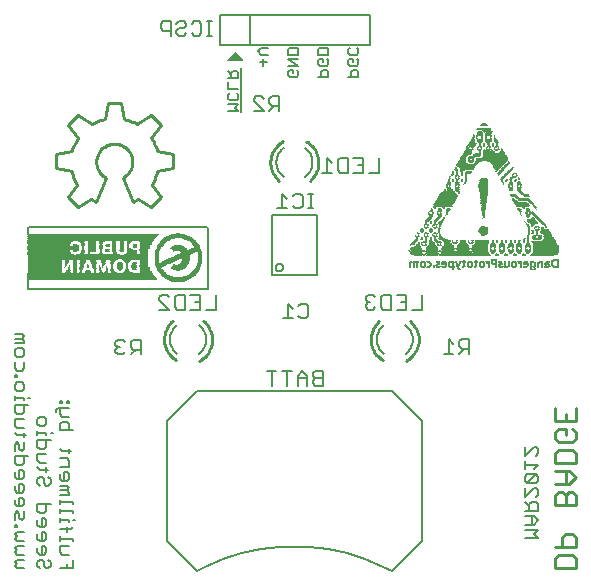
<source format=gbo>
G75*
G70*
%OFA0B0*%
%FSLAX24Y24*%
%IPPOS*%
%LPD*%
%AMOC8*
5,1,8,0,0,1.08239X$1,22.5*
%
%ADD10C,0.0090*%
%ADD11C,0.0060*%
%ADD12C,0.0050*%
%ADD13C,0.0070*%
%ADD14C,0.0100*%
%ADD15C,0.0025*%
%ADD16R,0.6045X0.0015*%
%ADD17R,0.6045X0.0015*%
%ADD18R,0.0045X0.0015*%
%ADD19R,0.0045X0.0015*%
%ADD20R,0.0165X0.0015*%
%ADD21R,0.0345X0.0015*%
%ADD22R,0.0465X0.0015*%
%ADD23R,0.0555X0.0015*%
%ADD24R,0.0630X0.0015*%
%ADD25R,0.0705X0.0015*%
%ADD26R,0.4335X0.0015*%
%ADD27R,0.0765X0.0015*%
%ADD28R,0.4320X0.0015*%
%ADD29R,0.0795X0.0015*%
%ADD30R,0.4305X0.0015*%
%ADD31R,0.0855X0.0015*%
%ADD32R,0.4290X0.0015*%
%ADD33R,0.0915X0.0015*%
%ADD34R,0.4275X0.0015*%
%ADD35R,0.0360X0.0015*%
%ADD36R,0.4260X0.0015*%
%ADD37R,0.0315X0.0015*%
%ADD38R,0.4245X0.0015*%
%ADD39R,0.0300X0.0015*%
%ADD40R,0.4230X0.0015*%
%ADD41R,0.0270X0.0015*%
%ADD42R,0.0255X0.0015*%
%ADD43R,0.4215X0.0015*%
%ADD44R,0.0240X0.0015*%
%ADD45R,0.4200X0.0015*%
%ADD46R,0.0225X0.0015*%
%ADD47R,0.4185X0.0015*%
%ADD48R,0.0210X0.0015*%
%ADD49R,0.4170X0.0015*%
%ADD50R,0.4155X0.0015*%
%ADD51R,0.0195X0.0015*%
%ADD52R,0.0405X0.0015*%
%ADD53R,0.0105X0.0015*%
%ADD54R,0.0060X0.0015*%
%ADD55R,0.0075X0.0015*%
%ADD56R,0.0180X0.0015*%
%ADD57R,0.1155X0.0015*%
%ADD58R,0.0390X0.0015*%
%ADD59R,0.0090X0.0015*%
%ADD60R,0.0150X0.0015*%
%ADD61R,0.0135X0.0015*%
%ADD62R,0.0375X0.0015*%
%ADD63R,0.0120X0.0015*%
%ADD64R,0.0330X0.0015*%
%ADD65R,0.0435X0.0015*%
%ADD66R,0.0030X0.0015*%
%ADD67R,0.0480X0.0015*%
%ADD68R,0.0495X0.0015*%
%ADD69R,0.0015X0.0015*%
%ADD70R,0.0285X0.0015*%
%ADD71R,0.0450X0.0015*%
%ADD72R,0.0525X0.0015*%
%ADD73R,0.0885X0.0015*%
%ADD74R,0.3015X0.0015*%
%ADD75R,0.4020X0.0015*%
%ADD76R,0.0600X0.0015*%
%ADD77R,0.0570X0.0015*%
%ADD78R,0.0825X0.0015*%
%ADD79R,0.1440X0.0015*%
%ADD80R,0.1545X0.0015*%
%ADD81R,0.1500X0.0015*%
%ADD82R,0.1485X0.0015*%
%ADD83R,0.1455X0.0015*%
%ADD84R,0.1425X0.0015*%
%ADD85R,0.0510X0.0015*%
%ADD86R,0.0720X0.0015*%
%ADD87R,0.1410X0.0015*%
%ADD88R,0.0750X0.0015*%
%ADD89R,0.0945X0.0015*%
%ADD90R,0.0420X0.0015*%
%ADD91R,0.1395X0.0015*%
%ADD92R,0.1710X0.0015*%
%ADD93R,0.1695X0.0015*%
%ADD94R,0.1515X0.0015*%
%ADD95R,0.2565X0.0015*%
%ADD96R,0.1575X0.0015*%
%ADD97R,0.4350X0.0015*%
%ADD98R,0.4365X0.0015*%
%ADD99R,0.4395X0.0015*%
%ADD100R,0.0060X0.0015*%
%ADD101R,0.5985X0.0015*%
%ADD102R,0.5955X0.0015*%
%ADD103R,0.5910X0.0015*%
%ADD104R,0.0150X0.0010*%
%ADD105R,0.0070X0.0010*%
%ADD106R,0.0160X0.0010*%
%ADD107R,0.0080X0.0010*%
%ADD108R,0.0170X0.0010*%
%ADD109R,0.0090X0.0010*%
%ADD110R,0.0040X0.0010*%
%ADD111R,0.0100X0.0010*%
%ADD112R,0.0010X0.0010*%
%ADD113R,0.0060X0.0010*%
%ADD114R,0.0130X0.0010*%
%ADD115R,0.0050X0.0010*%
%ADD116R,0.0110X0.0010*%
%ADD117R,0.0140X0.0010*%
%ADD118R,0.0120X0.0010*%
%ADD119R,0.0190X0.0010*%
%ADD120R,0.0180X0.0010*%
%ADD121R,0.0210X0.0010*%
%ADD122R,0.0220X0.0010*%
%ADD123R,0.0200X0.0010*%
%ADD124R,0.0030X0.0010*%
%ADD125R,0.0020X0.0010*%
%ADD126R,0.0310X0.0010*%
%ADD127R,0.0780X0.0010*%
%ADD128R,0.1640X0.0010*%
%ADD129R,0.0380X0.0010*%
%ADD130R,0.0260X0.0010*%
%ADD131R,0.0800X0.0010*%
%ADD132R,0.1610X0.0010*%
%ADD133R,0.0360X0.0010*%
%ADD134R,0.0290X0.0010*%
%ADD135R,0.0820X0.0010*%
%ADD136R,0.1590X0.0010*%
%ADD137R,0.0340X0.0010*%
%ADD138R,0.0840X0.0010*%
%ADD139R,0.1570X0.0010*%
%ADD140R,0.0330X0.0010*%
%ADD141R,0.0320X0.0010*%
%ADD142R,0.1550X0.0010*%
%ADD143R,0.0300X0.0010*%
%ADD144R,0.0850X0.0010*%
%ADD145R,0.1080X0.0010*%
%ADD146R,0.0520X0.0010*%
%ADD147R,0.0450X0.0010*%
%ADD148R,0.0420X0.0010*%
%ADD149R,0.0540X0.0010*%
%ADD150R,0.0410X0.0010*%
%ADD151R,0.0430X0.0010*%
%ADD152R,0.0860X0.0010*%
%ADD153R,0.0530X0.0010*%
%ADD154R,0.0390X0.0010*%
%ADD155R,0.0510X0.0010*%
%ADD156R,0.0400X0.0010*%
%ADD157R,0.0500X0.0010*%
%ADD158R,0.0480X0.0010*%
%ADD159R,0.0370X0.0010*%
%ADD160R,0.0440X0.0010*%
%ADD161R,0.0870X0.0010*%
%ADD162R,0.0350X0.0010*%
%ADD163R,0.0490X0.0010*%
%ADD164R,0.0230X0.0010*%
%ADD165R,0.0270X0.0010*%
%ADD166R,0.0240X0.0010*%
%ADD167R,0.0830X0.0010*%
%ADD168R,0.0280X0.0010*%
%ADD169R,0.0810X0.0010*%
%ADD170R,0.0470X0.0010*%
%ADD171R,0.0250X0.0010*%
%ADD172R,0.0460X0.0010*%
%ADD173R,0.0640X0.0010*%
%ADD174R,0.0630X0.0010*%
%ADD175R,0.0620X0.0010*%
%ADD176R,0.0610X0.0010*%
%ADD177R,0.0590X0.0010*%
%ADD178R,0.0580X0.0010*%
%ADD179R,0.0560X0.0010*%
%ADD180R,0.0550X0.0010*%
%ADD181R,0.0570X0.0010*%
%ADD182R,0.0650X0.0010*%
%ADD183R,0.0680X0.0010*%
%ADD184R,0.0720X0.0010*%
%ADD185R,0.1060X0.0010*%
%ADD186R,0.1070X0.0010*%
%ADD187R,0.1050X0.0010*%
%ADD188R,0.0920X0.0010*%
%ADD189R,0.0890X0.0010*%
%ADD190R,0.0770X0.0010*%
%ADD191R,0.0760X0.0010*%
%ADD192R,0.0750X0.0010*%
%ADD193R,0.0740X0.0010*%
%ADD194R,0.0730X0.0010*%
D10*
X018706Y001206D02*
X018706Y001542D01*
X018818Y001653D01*
X019265Y001653D01*
X019377Y001542D01*
X019377Y001206D01*
X018706Y001206D01*
X018706Y001906D02*
X019377Y001906D01*
X019377Y002241D01*
X019265Y002353D01*
X019042Y002353D01*
X018930Y002241D01*
X018930Y001906D01*
X019042Y003306D02*
X019042Y003641D01*
X018930Y003753D01*
X018818Y003753D01*
X018706Y003641D01*
X018706Y003306D01*
X019377Y003306D01*
X019377Y003641D01*
X019265Y003753D01*
X019153Y003753D01*
X019042Y003641D01*
X019042Y004005D02*
X019042Y004452D01*
X019153Y004452D02*
X018706Y004452D01*
X018706Y004705D02*
X018706Y005040D01*
X018818Y005152D01*
X019265Y005152D01*
X019377Y005040D01*
X019377Y004705D01*
X018706Y004705D01*
X019153Y004452D02*
X019377Y004229D01*
X019153Y004005D01*
X018706Y004005D01*
X018818Y005405D02*
X018706Y005517D01*
X018706Y005740D01*
X018818Y005852D01*
X019042Y005852D01*
X019042Y005628D01*
X019265Y005405D02*
X018818Y005405D01*
X019265Y005405D02*
X019377Y005517D01*
X019377Y005740D01*
X019265Y005852D01*
X019377Y006105D02*
X018706Y006105D01*
X018706Y006552D01*
X019042Y006328D02*
X019042Y006105D01*
X019377Y006105D02*
X019377Y006552D01*
D11*
X000765Y001191D02*
X000691Y001265D01*
X000765Y001338D01*
X000691Y001411D01*
X000765Y001485D01*
X000985Y001485D01*
X000985Y001652D02*
X000765Y001652D01*
X000691Y001725D01*
X000765Y001798D01*
X000691Y001872D01*
X000765Y001945D01*
X000985Y001945D01*
X000985Y002112D02*
X000765Y002112D01*
X000691Y002185D01*
X000765Y002259D01*
X000691Y002332D01*
X000765Y002406D01*
X000985Y002406D01*
X000765Y002572D02*
X000765Y002646D01*
X000691Y002646D01*
X000691Y002572D01*
X000765Y002572D01*
X000691Y002802D02*
X000691Y003023D01*
X000765Y003096D01*
X000838Y003023D01*
X000838Y002876D01*
X000911Y002802D01*
X000985Y002876D01*
X000985Y003096D01*
X000911Y003263D02*
X000765Y003263D01*
X000691Y003336D01*
X000691Y003483D01*
X000838Y003556D02*
X000838Y003263D01*
X000911Y003263D02*
X000985Y003336D01*
X000985Y003483D01*
X000911Y003556D01*
X000838Y003556D01*
X000838Y003723D02*
X000838Y004017D01*
X000911Y004017D01*
X000985Y003943D01*
X000985Y003797D01*
X000911Y003723D01*
X000765Y003723D01*
X000691Y003797D01*
X000691Y003943D01*
X000765Y004184D02*
X000911Y004184D01*
X000985Y004257D01*
X000985Y004404D01*
X000911Y004477D01*
X000838Y004477D01*
X000838Y004184D01*
X000765Y004184D02*
X000691Y004257D01*
X000691Y004404D01*
X000765Y004644D02*
X000911Y004644D01*
X000985Y004717D01*
X000985Y004937D01*
X001132Y004937D02*
X000691Y004937D01*
X000691Y004717D01*
X000765Y004644D01*
X000691Y005104D02*
X000691Y005324D01*
X000765Y005398D01*
X000838Y005324D01*
X000838Y005178D01*
X000911Y005104D01*
X000985Y005178D01*
X000985Y005398D01*
X000985Y005565D02*
X000985Y005711D01*
X001058Y005638D02*
X000765Y005638D01*
X000691Y005711D01*
X000765Y005871D02*
X000691Y005945D01*
X000691Y006165D01*
X000985Y006165D01*
X000911Y006332D02*
X000765Y006332D01*
X000691Y006405D01*
X000691Y006625D01*
X001132Y006625D01*
X000985Y006625D02*
X000985Y006405D01*
X000911Y006332D01*
X000985Y006792D02*
X000985Y006866D01*
X000691Y006866D01*
X000691Y006939D02*
X000691Y006792D01*
X001132Y006866D02*
X001205Y006866D01*
X000911Y007099D02*
X000765Y007099D01*
X000691Y007172D01*
X000691Y007319D01*
X000765Y007393D01*
X000911Y007393D01*
X000985Y007319D01*
X000985Y007172D01*
X000911Y007099D01*
X000765Y007559D02*
X000765Y007633D01*
X000691Y007633D01*
X000691Y007559D01*
X000765Y007559D01*
X000765Y007790D02*
X000691Y007863D01*
X000691Y008083D01*
X000765Y008250D02*
X000691Y008323D01*
X000691Y008470D01*
X000765Y008544D01*
X000911Y008544D01*
X000985Y008470D01*
X000985Y008323D01*
X000911Y008250D01*
X000765Y008250D01*
X000985Y008083D02*
X000985Y007863D01*
X000911Y007790D01*
X000765Y007790D01*
X000691Y008710D02*
X000985Y008710D01*
X000985Y008784D01*
X000911Y008857D01*
X000985Y008930D01*
X000911Y009004D01*
X000691Y009004D01*
X000691Y008857D02*
X000911Y008857D01*
X002191Y006789D02*
X002191Y006715D01*
X002265Y006715D01*
X002265Y006789D01*
X002191Y006789D01*
X002411Y006789D02*
X002411Y006715D01*
X002485Y006715D01*
X002485Y006789D01*
X002411Y006789D01*
X002485Y006549D02*
X002118Y006549D01*
X002044Y006475D01*
X002044Y006402D01*
X002191Y006328D02*
X002191Y006549D01*
X002191Y006328D02*
X002265Y006255D01*
X002485Y006255D01*
X002411Y006088D02*
X002265Y006088D01*
X002191Y006015D01*
X002191Y005795D01*
X002632Y005795D01*
X002485Y005795D02*
X002485Y006015D01*
X002411Y006088D01*
X001955Y005715D02*
X001882Y005715D01*
X001735Y005715D02*
X001441Y005715D01*
X001441Y005788D02*
X001441Y005641D01*
X001441Y005475D02*
X001441Y005254D01*
X001515Y005181D01*
X001661Y005181D01*
X001735Y005254D01*
X001735Y005475D01*
X001882Y005475D02*
X001441Y005475D01*
X001735Y005641D02*
X001735Y005715D01*
X001661Y005948D02*
X001515Y005948D01*
X001441Y006022D01*
X001441Y006168D01*
X001515Y006242D01*
X001661Y006242D01*
X001735Y006168D01*
X001735Y006022D01*
X001661Y005948D01*
X000985Y005871D02*
X000765Y005871D01*
X001441Y005014D02*
X001735Y005014D01*
X001441Y005014D02*
X001441Y004794D01*
X001515Y004721D01*
X001735Y004721D01*
X001735Y004561D02*
X001735Y004414D01*
X001808Y004487D02*
X001515Y004487D01*
X001441Y004561D01*
X001515Y004247D02*
X001441Y004174D01*
X001441Y004027D01*
X001515Y003953D01*
X001661Y004027D02*
X001661Y004174D01*
X001588Y004247D01*
X001515Y004247D01*
X001661Y004027D02*
X001735Y003953D01*
X001808Y003953D01*
X001882Y004027D01*
X001882Y004174D01*
X001808Y004247D01*
X002191Y004180D02*
X002265Y004107D01*
X002411Y004107D01*
X002485Y004180D01*
X002485Y004327D01*
X002411Y004400D01*
X002338Y004400D01*
X002338Y004107D01*
X002191Y004180D02*
X002191Y004327D01*
X002191Y004567D02*
X002485Y004567D01*
X002485Y004787D01*
X002411Y004861D01*
X002191Y004861D01*
X002265Y005101D02*
X002191Y005174D01*
X002265Y005101D02*
X002558Y005101D01*
X002485Y005027D02*
X002485Y005174D01*
X002411Y003940D02*
X002191Y003940D01*
X002191Y003793D02*
X002411Y003793D01*
X002485Y003867D01*
X002411Y003940D01*
X002411Y003793D02*
X002485Y003720D01*
X002485Y003646D01*
X002191Y003646D01*
X002191Y003486D02*
X002191Y003340D01*
X002191Y003413D02*
X002632Y003413D01*
X002632Y003340D01*
X002632Y003106D02*
X002191Y003106D01*
X002191Y003033D02*
X002191Y003179D01*
X002191Y002873D02*
X002191Y002726D01*
X002191Y002799D02*
X002485Y002799D01*
X002485Y002726D01*
X002632Y002799D02*
X002705Y002799D01*
X002632Y002566D02*
X002558Y002492D01*
X002191Y002492D01*
X002411Y002419D02*
X002411Y002566D01*
X002191Y002259D02*
X002191Y002112D01*
X002191Y002185D02*
X002632Y002185D01*
X002632Y002112D01*
X002485Y001945D02*
X002191Y001945D01*
X002191Y001725D01*
X002265Y001652D01*
X002485Y001652D01*
X002632Y001485D02*
X002632Y001191D01*
X002191Y001191D01*
X002411Y001191D02*
X002411Y001338D01*
X001882Y001265D02*
X001808Y001191D01*
X001735Y001191D01*
X001661Y001265D01*
X001661Y001411D01*
X001588Y001485D01*
X001515Y001485D01*
X001441Y001411D01*
X001441Y001265D01*
X001515Y001191D01*
X001882Y001265D02*
X001882Y001411D01*
X001808Y001485D01*
X001661Y001652D02*
X001735Y001725D01*
X001735Y001872D01*
X001661Y001945D01*
X001588Y001945D01*
X001588Y001652D01*
X001515Y001652D02*
X001661Y001652D01*
X001515Y001652D02*
X001441Y001725D01*
X001441Y001872D01*
X001515Y002112D02*
X001661Y002112D01*
X001735Y002185D01*
X001735Y002332D01*
X001661Y002406D01*
X001588Y002406D01*
X001588Y002112D01*
X001515Y002112D02*
X001441Y002185D01*
X001441Y002332D01*
X001515Y002572D02*
X001661Y002572D01*
X001735Y002646D01*
X001735Y002792D01*
X001661Y002866D01*
X001588Y002866D01*
X001588Y002572D01*
X001515Y002572D02*
X001441Y002646D01*
X001441Y002792D01*
X001515Y003033D02*
X001661Y003033D01*
X001735Y003106D01*
X001735Y003326D01*
X001882Y003326D02*
X001441Y003326D01*
X001441Y003106D01*
X001515Y003033D01*
X002632Y003033D02*
X002632Y003106D01*
X000985Y001191D02*
X000765Y001191D01*
X006092Y008349D02*
X006057Y008379D01*
X006024Y008410D01*
X005994Y008445D01*
X005967Y008481D01*
X005943Y008519D01*
X005921Y008559D01*
X005903Y008601D01*
X005887Y008644D01*
X005875Y008688D01*
X005867Y008732D01*
X005862Y008778D01*
X005860Y008823D01*
X005862Y008868D01*
X005867Y008914D01*
X005875Y008958D01*
X005887Y009002D01*
X005903Y009045D01*
X005921Y009087D01*
X005943Y009127D01*
X005967Y009165D01*
X005994Y009201D01*
X006024Y009236D01*
X006057Y009267D01*
X006092Y009297D01*
X007060Y008823D02*
X007058Y008777D01*
X007053Y008731D01*
X007044Y008685D01*
X007032Y008640D01*
X007016Y008597D01*
X006997Y008555D01*
X006974Y008514D01*
X006949Y008475D01*
X006921Y008439D01*
X006890Y008404D01*
X006856Y008372D01*
X006820Y008343D01*
X007060Y008823D02*
X007058Y008870D01*
X007052Y008918D01*
X007043Y008964D01*
X007030Y009010D01*
X007014Y009054D01*
X006994Y009098D01*
X006970Y009139D01*
X006944Y009178D01*
X006914Y009215D01*
X006881Y009250D01*
X006846Y009282D01*
X006809Y009311D01*
X012750Y008823D02*
X012752Y008778D01*
X012757Y008732D01*
X012765Y008688D01*
X012777Y008644D01*
X012793Y008601D01*
X012811Y008559D01*
X012833Y008519D01*
X012857Y008481D01*
X012884Y008445D01*
X012914Y008410D01*
X012947Y008379D01*
X012982Y008349D01*
X012750Y008823D02*
X012752Y008868D01*
X012757Y008914D01*
X012765Y008958D01*
X012777Y009002D01*
X012793Y009045D01*
X012811Y009087D01*
X012833Y009127D01*
X012857Y009165D01*
X012884Y009201D01*
X012914Y009236D01*
X012947Y009267D01*
X012982Y009297D01*
X013950Y008823D02*
X013948Y008777D01*
X013943Y008731D01*
X013934Y008685D01*
X013922Y008640D01*
X013906Y008597D01*
X013887Y008555D01*
X013864Y008514D01*
X013839Y008475D01*
X013811Y008439D01*
X013780Y008404D01*
X013746Y008372D01*
X013710Y008343D01*
X013950Y008823D02*
X013948Y008870D01*
X013942Y008918D01*
X013933Y008964D01*
X013920Y009010D01*
X013904Y009054D01*
X013884Y009098D01*
X013860Y009139D01*
X013834Y009178D01*
X013804Y009215D01*
X013771Y009250D01*
X013736Y009282D01*
X013699Y009311D01*
X017691Y005247D02*
X017691Y004953D01*
X017985Y005247D01*
X018058Y005247D01*
X018132Y005174D01*
X018132Y005027D01*
X018058Y004953D01*
X018132Y004640D02*
X017691Y004640D01*
X017691Y004493D02*
X017691Y004787D01*
X017985Y004493D02*
X018132Y004640D01*
X018058Y004326D02*
X017765Y004326D01*
X017691Y004253D01*
X017691Y004106D01*
X017765Y004033D01*
X018058Y004326D01*
X018132Y004253D01*
X018132Y004106D01*
X018058Y004033D01*
X017765Y004033D01*
X017691Y003866D02*
X017691Y003572D01*
X017985Y003866D01*
X018058Y003866D01*
X018132Y003792D01*
X018132Y003646D01*
X018058Y003572D01*
X018058Y003406D02*
X017911Y003406D01*
X017838Y003332D01*
X017838Y003112D01*
X017691Y003112D02*
X018132Y003112D01*
X018132Y003332D01*
X018058Y003406D01*
X017838Y003259D02*
X017691Y003406D01*
X017691Y002945D02*
X017985Y002945D01*
X018132Y002798D01*
X017985Y002652D01*
X017691Y002652D01*
X017691Y002485D02*
X018132Y002485D01*
X017985Y002338D01*
X018132Y002191D01*
X017691Y002191D01*
X017911Y002652D02*
X017911Y002945D01*
X010604Y014728D02*
X010602Y014773D01*
X010597Y014819D01*
X010589Y014863D01*
X010577Y014907D01*
X010561Y014950D01*
X010543Y014992D01*
X010521Y015032D01*
X010497Y015070D01*
X010470Y015106D01*
X010440Y015141D01*
X010407Y015172D01*
X010372Y015202D01*
X010604Y014728D02*
X010602Y014683D01*
X010597Y014637D01*
X010589Y014593D01*
X010577Y014549D01*
X010561Y014506D01*
X010543Y014464D01*
X010521Y014424D01*
X010497Y014386D01*
X010470Y014350D01*
X010440Y014315D01*
X010407Y014284D01*
X010372Y014254D01*
X009404Y014728D02*
X009406Y014774D01*
X009411Y014820D01*
X009420Y014866D01*
X009432Y014911D01*
X009448Y014954D01*
X009467Y014996D01*
X009490Y015037D01*
X009515Y015076D01*
X009543Y015112D01*
X009574Y015147D01*
X009608Y015179D01*
X009644Y015208D01*
X009404Y014728D02*
X009406Y014681D01*
X009412Y014633D01*
X009421Y014587D01*
X009434Y014541D01*
X009450Y014497D01*
X009470Y014453D01*
X009494Y014412D01*
X009520Y014373D01*
X009550Y014336D01*
X009583Y014301D01*
X009618Y014269D01*
X009655Y014240D01*
X008525Y018657D02*
X007525Y018657D01*
X007525Y019657D01*
X008525Y019657D01*
X008525Y018657D01*
X012525Y018657D01*
X012525Y019657D01*
X008525Y019657D01*
D12*
X008903Y018551D02*
X008786Y018435D01*
X008903Y018318D01*
X009137Y018318D01*
X008961Y018183D02*
X008961Y017950D01*
X009078Y018066D02*
X008845Y018066D01*
X008903Y018551D02*
X009137Y018551D01*
X009786Y018493D02*
X009786Y018318D01*
X010137Y018318D01*
X010137Y018493D01*
X010078Y018551D01*
X009845Y018551D01*
X009786Y018493D01*
X009786Y018183D02*
X010137Y018183D01*
X010137Y017950D02*
X009786Y017950D01*
X009845Y017815D02*
X009961Y017815D01*
X009961Y017698D01*
X009845Y017581D02*
X009786Y017640D01*
X009786Y017756D01*
X009845Y017815D01*
X010078Y017815D02*
X010137Y017756D01*
X010137Y017640D01*
X010078Y017581D01*
X009845Y017581D01*
X010137Y017950D02*
X009786Y018183D01*
X010786Y018125D02*
X010786Y018008D01*
X010845Y017950D01*
X011078Y017950D01*
X011137Y018008D01*
X011137Y018125D01*
X011078Y018183D01*
X010961Y018183D02*
X010961Y018066D01*
X010961Y018183D02*
X010845Y018183D01*
X010786Y018125D01*
X010786Y018318D02*
X010786Y018493D01*
X010845Y018551D01*
X011078Y018551D01*
X011137Y018493D01*
X011137Y018318D01*
X010786Y018318D01*
X010961Y017815D02*
X010903Y017756D01*
X010903Y017581D01*
X010786Y017581D02*
X011137Y017581D01*
X011137Y017756D01*
X011078Y017815D01*
X010961Y017815D01*
X011786Y018008D02*
X011786Y018125D01*
X011845Y018183D01*
X011961Y018183D01*
X011961Y018066D01*
X011845Y017950D02*
X011786Y018008D01*
X011845Y017950D02*
X012078Y017950D01*
X012137Y018008D01*
X012137Y018125D01*
X012078Y018183D01*
X012078Y018318D02*
X011845Y018318D01*
X011786Y018376D01*
X011786Y018493D01*
X011845Y018551D01*
X012078Y018551D02*
X012137Y018493D01*
X012137Y018376D01*
X012078Y018318D01*
X012078Y017815D02*
X011961Y017815D01*
X011903Y017756D01*
X011903Y017581D01*
X011786Y017581D02*
X012137Y017581D01*
X012137Y017756D01*
X012078Y017815D01*
X008236Y017874D02*
X008236Y016401D01*
X008137Y016426D02*
X007786Y016426D01*
X007786Y016659D02*
X008137Y016659D01*
X008020Y016542D01*
X008137Y016426D01*
X008078Y016794D02*
X007845Y016794D01*
X007786Y016852D01*
X007786Y016969D01*
X007845Y017027D01*
X007786Y017162D02*
X007786Y017396D01*
X007786Y017531D02*
X008137Y017531D01*
X008137Y017706D01*
X008078Y017764D01*
X007961Y017764D01*
X007903Y017706D01*
X007903Y017531D01*
X007903Y017647D02*
X007786Y017764D01*
X007786Y017162D02*
X008137Y017162D01*
X008078Y017027D02*
X008137Y016969D01*
X008137Y016852D01*
X008078Y016794D01*
X009254Y012972D02*
X009254Y010972D01*
X010754Y010972D01*
X010754Y012972D01*
X009254Y012972D01*
X009379Y011222D02*
X009381Y011244D01*
X009387Y011265D01*
X009396Y011284D01*
X009408Y011302D01*
X009424Y011318D01*
X009441Y011330D01*
X009461Y011339D01*
X009482Y011345D01*
X009504Y011347D01*
X009526Y011345D01*
X009547Y011339D01*
X009566Y011330D01*
X009584Y011318D01*
X009600Y011302D01*
X009612Y011284D01*
X009621Y011265D01*
X009627Y011244D01*
X009629Y011222D01*
X009627Y011200D01*
X009621Y011179D01*
X009612Y011160D01*
X009600Y011142D01*
X009584Y011126D01*
X009567Y011114D01*
X009547Y011105D01*
X009526Y011099D01*
X009504Y011097D01*
X009482Y011099D01*
X009461Y011105D01*
X009441Y011114D01*
X009424Y011126D01*
X009408Y011142D01*
X009396Y011159D01*
X009387Y011179D01*
X009381Y011200D01*
X009379Y011222D01*
X006754Y007098D02*
X005754Y006098D01*
X005754Y002098D01*
X006754Y001098D01*
X007041Y001245D01*
X007335Y001378D01*
X007635Y001497D01*
X007940Y001602D01*
X008249Y001693D01*
X008563Y001768D01*
X008880Y001829D01*
X009199Y001874D01*
X009520Y001905D01*
X009843Y001920D01*
X010165Y001920D01*
X010488Y001905D01*
X010809Y001874D01*
X011128Y001829D01*
X011445Y001768D01*
X011759Y001693D01*
X012068Y001602D01*
X012373Y001497D01*
X012673Y001378D01*
X012967Y001245D01*
X013254Y001098D01*
X014254Y002098D01*
X014254Y006098D01*
X013254Y007098D01*
X006754Y007098D01*
D13*
X004882Y008327D02*
X004882Y008817D01*
X004637Y008817D01*
X004555Y008735D01*
X004555Y008572D01*
X004637Y008490D01*
X004882Y008490D01*
X004719Y008490D02*
X004555Y008327D01*
X004366Y008408D02*
X004285Y008327D01*
X004121Y008327D01*
X004039Y008408D01*
X004039Y008490D01*
X004121Y008572D01*
X004203Y008572D01*
X004121Y008572D02*
X004039Y008654D01*
X004039Y008735D01*
X004121Y008817D01*
X004285Y008817D01*
X004366Y008735D01*
X005502Y009821D02*
X005829Y009821D01*
X005502Y010148D01*
X005502Y010230D01*
X005584Y010312D01*
X005748Y010312D01*
X005829Y010230D01*
X006018Y010230D02*
X006100Y010312D01*
X006345Y010312D01*
X006345Y009821D01*
X006100Y009821D01*
X006018Y009903D01*
X006018Y010230D01*
X006534Y010312D02*
X006861Y010312D01*
X006861Y009821D01*
X006534Y009821D01*
X006697Y010066D02*
X006861Y010066D01*
X007049Y009821D02*
X007376Y009821D01*
X007376Y010312D01*
X009616Y009528D02*
X009943Y009528D01*
X009780Y009528D02*
X009780Y010018D01*
X009943Y009855D01*
X010132Y009937D02*
X010214Y010018D01*
X010377Y010018D01*
X010459Y009937D01*
X010459Y009610D01*
X010377Y009528D01*
X010214Y009528D01*
X010132Y009610D01*
X012377Y009903D02*
X012459Y009821D01*
X012623Y009821D01*
X012704Y009903D01*
X012893Y009903D02*
X012893Y010230D01*
X012975Y010312D01*
X013220Y010312D01*
X013220Y009821D01*
X012975Y009821D01*
X012893Y009903D01*
X012541Y010066D02*
X012459Y010066D01*
X012377Y009985D01*
X012377Y009903D01*
X012459Y010066D02*
X012377Y010148D01*
X012377Y010230D01*
X012459Y010312D01*
X012623Y010312D01*
X012704Y010230D01*
X013409Y010312D02*
X013736Y010312D01*
X013736Y009821D01*
X013409Y009821D01*
X013572Y010066D02*
X013736Y010066D01*
X013924Y009821D02*
X014251Y009821D01*
X014251Y010312D01*
X015143Y008843D02*
X015143Y008352D01*
X015306Y008352D02*
X014979Y008352D01*
X015306Y008679D02*
X015143Y008843D01*
X015495Y008761D02*
X015495Y008597D01*
X015577Y008516D01*
X015822Y008516D01*
X015658Y008516D02*
X015495Y008352D01*
X015822Y008352D02*
X015822Y008843D01*
X015577Y008843D01*
X015495Y008761D01*
X010953Y007773D02*
X010953Y007283D01*
X010708Y007283D01*
X010626Y007365D01*
X010626Y007446D01*
X010708Y007528D01*
X010953Y007528D01*
X010708Y007528D02*
X010626Y007610D01*
X010626Y007692D01*
X010708Y007773D01*
X010953Y007773D01*
X010437Y007610D02*
X010437Y007283D01*
X010437Y007528D02*
X010110Y007528D01*
X010110Y007610D02*
X010110Y007283D01*
X009758Y007283D02*
X009758Y007773D01*
X009595Y007773D02*
X009922Y007773D01*
X010110Y007610D02*
X010274Y007773D01*
X010437Y007610D01*
X009406Y007773D02*
X009079Y007773D01*
X009243Y007773D02*
X009243Y007283D01*
X009440Y013196D02*
X009767Y013196D01*
X009603Y013196D02*
X009603Y013687D01*
X009767Y013523D01*
X009956Y013605D02*
X010037Y013687D01*
X010201Y013687D01*
X010283Y013605D01*
X010283Y013278D01*
X010201Y013196D01*
X010037Y013196D01*
X009956Y013278D01*
X010463Y013196D02*
X010626Y013196D01*
X010545Y013196D02*
X010545Y013687D01*
X010626Y013687D02*
X010463Y013687D01*
X010940Y014386D02*
X011267Y014386D01*
X011103Y014386D02*
X011103Y014877D01*
X011267Y014713D01*
X011456Y014795D02*
X011456Y014468D01*
X011537Y014386D01*
X011783Y014386D01*
X011783Y014877D01*
X011537Y014877D01*
X011456Y014795D01*
X011971Y014877D02*
X012298Y014877D01*
X012298Y014386D01*
X011971Y014386D01*
X012487Y014386D02*
X012814Y014386D01*
X012814Y014877D01*
X012298Y014631D02*
X012135Y014631D01*
X009501Y016446D02*
X009501Y016937D01*
X009256Y016937D01*
X009174Y016855D01*
X009174Y016691D01*
X009256Y016610D01*
X009501Y016610D01*
X009338Y016610D02*
X009174Y016446D01*
X008986Y016446D02*
X008659Y016773D01*
X008659Y016855D01*
X008740Y016937D01*
X008904Y016937D01*
X008986Y016855D01*
X008986Y016446D02*
X008659Y016446D01*
X007251Y018946D02*
X007088Y018946D01*
X007170Y018946D02*
X007170Y019437D01*
X007251Y019437D02*
X007088Y019437D01*
X006908Y019355D02*
X006826Y019437D01*
X006662Y019437D01*
X006581Y019355D01*
X006392Y019355D02*
X006310Y019437D01*
X006147Y019437D01*
X006065Y019355D01*
X006147Y019191D02*
X006065Y019110D01*
X006065Y019028D01*
X006147Y018946D01*
X006310Y018946D01*
X006392Y019028D01*
X006310Y019191D02*
X006147Y019191D01*
X006310Y019191D02*
X006392Y019273D01*
X006392Y019355D01*
X006581Y019028D02*
X006662Y018946D01*
X006826Y018946D01*
X006908Y019028D01*
X006908Y019355D01*
X005876Y019437D02*
X005876Y018946D01*
X005876Y019110D02*
X005631Y019110D01*
X005549Y019191D01*
X005549Y019355D01*
X005631Y019437D01*
X005876Y019437D01*
D14*
X004240Y016718D02*
X003780Y016718D01*
X003680Y016178D01*
X003250Y015998D02*
X002790Y016308D01*
X002470Y015988D01*
X002780Y015538D01*
X002590Y015098D02*
X002060Y014998D01*
X002060Y014548D01*
X002580Y014448D01*
X002760Y013988D02*
X002470Y013558D01*
X002790Y013238D01*
X003210Y013518D01*
X003390Y013418D01*
X003720Y014218D01*
X004290Y014218D02*
X004620Y013418D01*
X004800Y013518D01*
X005220Y013228D01*
X005550Y013558D01*
X005250Y013988D01*
X005440Y014448D02*
X005960Y014548D01*
X005960Y014998D01*
X005430Y015098D01*
X005240Y015538D02*
X005550Y015988D01*
X005220Y016308D01*
X004770Y015998D01*
X004340Y016178D02*
X004240Y016718D01*
X005240Y015538D02*
X005276Y015480D01*
X005309Y015419D01*
X005340Y015357D01*
X005367Y015294D01*
X005391Y015230D01*
X005412Y015164D01*
X005430Y015098D01*
X004771Y015998D02*
X004713Y016031D01*
X004654Y016061D01*
X004593Y016088D01*
X004532Y016112D01*
X004469Y016134D01*
X004405Y016153D01*
X004341Y016168D01*
X003681Y016168D02*
X003607Y016149D01*
X003535Y016126D01*
X003464Y016099D01*
X003394Y016069D01*
X003327Y016035D01*
X003261Y015998D01*
X003720Y014218D02*
X003678Y014242D01*
X003639Y014270D01*
X003602Y014301D01*
X003567Y014335D01*
X003535Y014371D01*
X003507Y014410D01*
X003481Y014451D01*
X003459Y014494D01*
X003441Y014539D01*
X003426Y014585D01*
X003414Y014632D01*
X003407Y014679D01*
X003403Y014727D01*
X003404Y014776D01*
X003408Y014824D01*
X003416Y014871D01*
X003428Y014918D01*
X003443Y014964D01*
X003462Y015008D01*
X003485Y015051D01*
X003511Y015092D01*
X003540Y015130D01*
X003572Y015166D01*
X003607Y015200D01*
X003645Y015230D01*
X003684Y015257D01*
X003726Y015282D01*
X003770Y015302D01*
X003815Y015319D01*
X003861Y015333D01*
X003909Y015342D01*
X003957Y015348D01*
X004005Y015350D01*
X004053Y015348D01*
X004101Y015342D01*
X004149Y015333D01*
X004195Y015319D01*
X004240Y015302D01*
X004284Y015282D01*
X004326Y015257D01*
X004365Y015230D01*
X004403Y015200D01*
X004438Y015166D01*
X004470Y015130D01*
X004499Y015092D01*
X004525Y015051D01*
X004548Y015008D01*
X004567Y014964D01*
X004582Y014918D01*
X004594Y014871D01*
X004602Y014824D01*
X004606Y014776D01*
X004607Y014727D01*
X004603Y014679D01*
X004596Y014632D01*
X004584Y014585D01*
X004569Y014539D01*
X004551Y014494D01*
X004529Y014451D01*
X004503Y014410D01*
X004475Y014371D01*
X004443Y014335D01*
X004408Y014301D01*
X004371Y014270D01*
X004332Y014242D01*
X004290Y014218D01*
X002760Y013988D02*
X002725Y014050D01*
X002692Y014113D01*
X002663Y014178D01*
X002638Y014244D01*
X002615Y014311D01*
X002596Y014379D01*
X002580Y014449D01*
X005250Y013988D02*
X005285Y014050D01*
X005318Y014113D01*
X005347Y014178D01*
X005372Y014244D01*
X005395Y014311D01*
X005414Y014379D01*
X005430Y014449D01*
X002780Y015538D02*
X002744Y015479D01*
X002711Y015419D01*
X002681Y015357D01*
X002654Y015294D01*
X002629Y015230D01*
X002608Y015165D01*
X002590Y015098D01*
X010401Y015423D02*
X010449Y015393D01*
X010494Y015360D01*
X010537Y015324D01*
X010578Y015286D01*
X010615Y015244D01*
X010650Y015200D01*
X010681Y015154D01*
X010710Y015105D01*
X010734Y015055D01*
X010755Y015003D01*
X010773Y014949D01*
X010786Y014895D01*
X010796Y014840D01*
X010802Y014784D01*
X010804Y014728D01*
X010802Y014675D01*
X010797Y014621D01*
X010788Y014569D01*
X010776Y014517D01*
X010760Y014466D01*
X010741Y014416D01*
X010718Y014367D01*
X010692Y014320D01*
X010664Y014275D01*
X010632Y014232D01*
X010598Y014192D01*
X010560Y014153D01*
X010521Y014117D01*
X009204Y014728D02*
X009206Y014782D01*
X009211Y014836D01*
X009220Y014889D01*
X009233Y014942D01*
X009249Y014993D01*
X009269Y015043D01*
X009292Y015092D01*
X009318Y015140D01*
X009347Y015185D01*
X009380Y015228D01*
X009415Y015269D01*
X009453Y015308D01*
X009493Y015344D01*
X009536Y015377D01*
X009581Y015407D01*
X009628Y015434D01*
X009204Y014728D02*
X009206Y014674D01*
X009211Y014621D01*
X009220Y014567D01*
X009233Y014515D01*
X009249Y014464D01*
X009269Y014413D01*
X009291Y014364D01*
X009317Y014317D01*
X009347Y014272D01*
X009379Y014229D01*
X009414Y014188D01*
X009452Y014149D01*
X009492Y014113D01*
X007260Y008823D02*
X007258Y008769D01*
X007253Y008715D01*
X007244Y008662D01*
X007231Y008609D01*
X007215Y008558D01*
X007195Y008508D01*
X007172Y008459D01*
X007146Y008411D01*
X007117Y008366D01*
X007084Y008323D01*
X007049Y008282D01*
X007011Y008243D01*
X006971Y008207D01*
X006928Y008174D01*
X006883Y008144D01*
X006836Y008117D01*
X006063Y008128D02*
X006015Y008158D01*
X005970Y008191D01*
X005927Y008227D01*
X005886Y008265D01*
X005849Y008307D01*
X005814Y008351D01*
X005783Y008397D01*
X005754Y008446D01*
X005730Y008496D01*
X005709Y008548D01*
X005691Y008602D01*
X005678Y008656D01*
X005668Y008711D01*
X005662Y008767D01*
X005660Y008823D01*
X005662Y008876D01*
X005667Y008930D01*
X005676Y008982D01*
X005688Y009034D01*
X005704Y009085D01*
X005723Y009135D01*
X005746Y009184D01*
X005772Y009231D01*
X005800Y009276D01*
X005832Y009319D01*
X005866Y009359D01*
X005904Y009398D01*
X005943Y009434D01*
X006972Y009438D02*
X007012Y009402D01*
X007050Y009363D01*
X007085Y009322D01*
X007117Y009279D01*
X007147Y009234D01*
X007173Y009187D01*
X007195Y009138D01*
X007215Y009087D01*
X007231Y009036D01*
X007244Y008984D01*
X007253Y008930D01*
X007258Y008877D01*
X007260Y008823D01*
X012550Y008823D02*
X012552Y008767D01*
X012558Y008711D01*
X012568Y008656D01*
X012581Y008602D01*
X012599Y008548D01*
X012620Y008496D01*
X012644Y008446D01*
X012673Y008397D01*
X012704Y008351D01*
X012739Y008307D01*
X012776Y008265D01*
X012817Y008227D01*
X012860Y008191D01*
X012905Y008158D01*
X012953Y008128D01*
X012550Y008823D02*
X012552Y008876D01*
X012557Y008930D01*
X012566Y008982D01*
X012578Y009034D01*
X012594Y009085D01*
X012613Y009135D01*
X012636Y009184D01*
X012662Y009231D01*
X012690Y009276D01*
X012722Y009319D01*
X012756Y009359D01*
X012794Y009398D01*
X012833Y009434D01*
X014150Y008823D02*
X014148Y008769D01*
X014143Y008715D01*
X014134Y008662D01*
X014121Y008609D01*
X014105Y008558D01*
X014085Y008508D01*
X014062Y008459D01*
X014036Y008411D01*
X014007Y008366D01*
X013974Y008323D01*
X013939Y008282D01*
X013901Y008243D01*
X013861Y008207D01*
X013818Y008174D01*
X013773Y008144D01*
X013726Y008117D01*
X014150Y008823D02*
X014148Y008877D01*
X014143Y008930D01*
X014134Y008984D01*
X014121Y009036D01*
X014105Y009087D01*
X014085Y009138D01*
X014063Y009187D01*
X014037Y009234D01*
X014007Y009279D01*
X013975Y009322D01*
X013940Y009363D01*
X013902Y009402D01*
X013862Y009438D01*
D15*
X008275Y018157D02*
X007775Y018157D01*
X008025Y018407D01*
X008275Y018157D01*
X008267Y018165D02*
X007783Y018165D01*
X007807Y018189D02*
X008244Y018189D01*
X008220Y018212D02*
X007830Y018212D01*
X007854Y018236D02*
X008197Y018236D01*
X008173Y018259D02*
X007877Y018259D01*
X007901Y018283D02*
X008150Y018283D01*
X008126Y018306D02*
X007924Y018306D01*
X007948Y018330D02*
X008103Y018330D01*
X008079Y018353D02*
X007971Y018353D01*
X007995Y018377D02*
X008056Y018377D01*
X008032Y018400D02*
X008018Y018400D01*
D16*
X004127Y010472D03*
D17*
X004127Y010487D03*
X004127Y010502D03*
D18*
X007127Y010517D03*
X007127Y010532D03*
X007127Y010547D03*
X007127Y010562D03*
X007127Y010577D03*
X007127Y010592D03*
X007127Y010607D03*
X007127Y010622D03*
X007127Y010637D03*
X007127Y010652D03*
X007127Y010667D03*
X007127Y010682D03*
X007127Y010697D03*
X007127Y010712D03*
X007127Y010727D03*
X007127Y010742D03*
X007127Y010757D03*
X007127Y010772D03*
X007127Y010787D03*
X007127Y010802D03*
X007127Y010817D03*
X007127Y010832D03*
X007127Y010847D03*
X007127Y010862D03*
X007127Y010877D03*
X007127Y010892D03*
X007127Y010907D03*
X007127Y010922D03*
X007127Y010937D03*
X007127Y010952D03*
X007127Y010967D03*
X007127Y010982D03*
X007127Y010997D03*
X007127Y011012D03*
X007127Y011027D03*
X007127Y011042D03*
X007127Y011057D03*
X007127Y011072D03*
X007127Y011087D03*
X007127Y011102D03*
X007127Y011117D03*
X007127Y011132D03*
X007127Y011147D03*
X007127Y011162D03*
X007127Y011177D03*
X007127Y011192D03*
X007127Y011207D03*
X007127Y011222D03*
X007127Y011237D03*
X007127Y011252D03*
X007127Y011267D03*
X007127Y011282D03*
X007127Y011297D03*
X007127Y011312D03*
X007127Y011327D03*
X007127Y011342D03*
X007127Y011357D03*
X007127Y011372D03*
X007127Y011387D03*
X007127Y011402D03*
X007127Y011417D03*
X007127Y011432D03*
X007127Y011447D03*
X007127Y011462D03*
X007127Y011477D03*
X007127Y011492D03*
X007127Y011507D03*
X007127Y011522D03*
X007127Y011537D03*
X007127Y011552D03*
X007127Y011567D03*
X007127Y011582D03*
X007127Y011597D03*
X007127Y011612D03*
X007127Y011627D03*
X007127Y011642D03*
X007127Y011657D03*
X007127Y011672D03*
X007127Y011687D03*
X007127Y011702D03*
X007127Y011717D03*
X007127Y011732D03*
X007127Y011747D03*
X007127Y011762D03*
X007127Y011777D03*
X007127Y011792D03*
X007127Y011807D03*
X007127Y011822D03*
X007127Y011837D03*
X007127Y011852D03*
X007127Y011867D03*
X007127Y011882D03*
X007127Y011897D03*
X007127Y011912D03*
X007127Y011927D03*
X007127Y011942D03*
X007127Y011957D03*
X007127Y011972D03*
X007127Y011987D03*
X007127Y012002D03*
X007127Y012017D03*
X007127Y012032D03*
X007127Y012047D03*
X007127Y012062D03*
X007127Y012077D03*
X007127Y012092D03*
X007127Y012107D03*
X007127Y012122D03*
X007127Y012137D03*
X007127Y012152D03*
X007127Y012167D03*
X007127Y012182D03*
X007127Y012197D03*
X007127Y012212D03*
X007127Y012227D03*
X007127Y012242D03*
X007127Y012257D03*
X007127Y012272D03*
X007127Y012287D03*
X007127Y012302D03*
X007127Y012317D03*
X007127Y012332D03*
X007127Y012347D03*
X007127Y012362D03*
X007127Y012377D03*
X007127Y012392D03*
X007127Y012407D03*
X007127Y012422D03*
X007127Y012437D03*
X007127Y012452D03*
X007127Y012467D03*
X007127Y012482D03*
X007127Y012497D03*
D19*
X006002Y011297D03*
X004187Y011387D03*
X003752Y011162D03*
X003752Y011147D03*
X003752Y011132D03*
X003527Y011162D03*
X003527Y011177D03*
X003527Y011192D03*
X003122Y011267D03*
X002507Y011222D03*
X002507Y011207D03*
X002387Y011267D03*
X002387Y011282D03*
X001127Y010787D03*
X001127Y010772D03*
X001127Y010757D03*
X001127Y010742D03*
X001127Y010727D03*
X001127Y010712D03*
X001127Y010697D03*
X001127Y010682D03*
X001127Y010667D03*
X001127Y010652D03*
X001127Y010637D03*
X001127Y010622D03*
X001127Y010607D03*
X001127Y010592D03*
X001127Y010577D03*
X001127Y010562D03*
X001127Y010547D03*
X001127Y010532D03*
X001127Y010517D03*
X001127Y012317D03*
X001127Y012332D03*
X001127Y012347D03*
X001127Y012362D03*
X001127Y012377D03*
X001127Y012392D03*
X001127Y012407D03*
X001127Y012422D03*
X001127Y012437D03*
X001127Y012452D03*
X001127Y012467D03*
X001127Y012482D03*
X001127Y012497D03*
D20*
X002447Y011462D03*
X002702Y011762D03*
X002702Y011957D03*
X002927Y012047D03*
X002927Y011672D03*
X002927Y011327D03*
X002927Y011312D03*
X002927Y011297D03*
X003122Y011102D03*
X003317Y011312D03*
X003317Y011327D03*
X003317Y011342D03*
X003647Y011447D03*
X003587Y011642D03*
X003767Y011762D03*
X003767Y011777D03*
X003767Y011792D03*
X004037Y011657D03*
X004247Y011777D03*
X004247Y011792D03*
X004247Y011807D03*
X004247Y011822D03*
X004247Y011837D03*
X004247Y011852D03*
X004247Y011867D03*
X004247Y011882D03*
X004247Y011897D03*
X004247Y011912D03*
X004247Y011927D03*
X004247Y011942D03*
X004247Y011957D03*
X004247Y011972D03*
X004247Y011987D03*
X004247Y012002D03*
X004247Y012017D03*
X004247Y012032D03*
X004247Y012047D03*
X004247Y012062D03*
X004247Y012077D03*
X004517Y012077D03*
X004667Y011327D03*
X004667Y011312D03*
X004667Y011297D03*
X004667Y011282D03*
X004667Y011207D03*
X004667Y011192D03*
X004667Y011177D03*
X004427Y011087D03*
X004187Y011147D03*
X003962Y011057D03*
X005477Y011207D03*
X005492Y011192D03*
X005492Y011177D03*
X005507Y011162D03*
X005522Y011132D03*
X006137Y010727D03*
X006737Y011117D03*
X006767Y011162D03*
X006782Y011177D03*
X006782Y011192D03*
X006797Y011222D03*
X006812Y011252D03*
X006767Y011897D03*
X006737Y011942D03*
X006137Y012332D03*
X005522Y011927D03*
X005507Y011897D03*
X005492Y011882D03*
X005492Y011867D03*
X005477Y011852D03*
X005477Y011837D03*
X005462Y011807D03*
D21*
X005027Y011912D03*
X005027Y011927D03*
X004577Y011687D03*
X005027Y011147D03*
X005027Y011132D03*
X006137Y010742D03*
X006707Y011822D03*
X006137Y012317D03*
D22*
X006137Y012302D03*
X006452Y011717D03*
X006272Y011597D03*
X006137Y010757D03*
D23*
X006137Y010772D03*
X006137Y012287D03*
D24*
X006129Y012272D03*
X006129Y010787D03*
D25*
X006137Y010802D03*
X006137Y012257D03*
D26*
X003272Y012257D03*
X003272Y010802D03*
D27*
X006137Y010817D03*
X006137Y012242D03*
D28*
X003264Y012242D03*
X003264Y010817D03*
D29*
X006137Y010832D03*
X006137Y012227D03*
D30*
X003257Y012227D03*
X003257Y010832D03*
D31*
X006137Y010847D03*
X006137Y012212D03*
D32*
X003249Y012212D03*
X003249Y010847D03*
D33*
X006137Y010862D03*
X006137Y012197D03*
D34*
X003242Y012197D03*
X003242Y010862D03*
D35*
X004449Y011027D03*
X005034Y011102D03*
X005034Y011117D03*
X004569Y011672D03*
X005034Y011942D03*
X005034Y011957D03*
X005844Y012182D03*
X006429Y012182D03*
X006024Y011507D03*
X005724Y011372D03*
X005844Y010877D03*
X006429Y010877D03*
D36*
X003234Y010877D03*
X003234Y012182D03*
D37*
X004592Y011777D03*
X004592Y011762D03*
X004592Y011747D03*
X005012Y011837D03*
X005012Y011852D03*
X005012Y011867D03*
X005012Y011222D03*
X005012Y011207D03*
X005012Y011192D03*
X005807Y010892D03*
X006122Y011147D03*
X006302Y011297D03*
X006467Y010892D03*
X006467Y012167D03*
X005807Y012167D03*
D38*
X003227Y012167D03*
X003227Y010892D03*
D39*
X004434Y011462D03*
X005004Y011282D03*
X005004Y011267D03*
X005004Y011252D03*
X005004Y011237D03*
X005529Y011267D03*
X005769Y010907D03*
X006504Y010907D03*
X006729Y011837D03*
X006504Y012152D03*
X005004Y011822D03*
X005004Y011807D03*
X005004Y011792D03*
X005004Y011777D03*
D40*
X003219Y012137D03*
X003219Y012152D03*
X003219Y010922D03*
X003219Y010907D03*
D41*
X003249Y011732D03*
X003249Y011747D03*
X003249Y011762D03*
X003249Y011777D03*
X003249Y011792D03*
X003249Y011807D03*
X003249Y011822D03*
X003249Y011837D03*
X003249Y011852D03*
X003249Y011867D03*
X003249Y011882D03*
X003249Y011897D03*
X003249Y011912D03*
X003249Y011927D03*
X003249Y011942D03*
X003249Y011957D03*
X003249Y011972D03*
X003249Y011987D03*
X003249Y012002D03*
X003249Y012017D03*
X003249Y012032D03*
X003249Y012047D03*
X003249Y012062D03*
X003249Y012077D03*
X004434Y011042D03*
X004989Y011372D03*
X004989Y011387D03*
X004989Y011402D03*
X004989Y011417D03*
X004989Y011432D03*
X004989Y011447D03*
X004989Y011462D03*
X004989Y011642D03*
X004989Y011657D03*
X004989Y011672D03*
X004989Y011687D03*
X005514Y011252D03*
X005739Y010922D03*
X006339Y011342D03*
X006534Y010922D03*
X006114Y011927D03*
X005739Y012137D03*
X006534Y012137D03*
D42*
X006557Y012122D03*
X006737Y011852D03*
X006362Y011387D03*
X006362Y011372D03*
X006347Y011357D03*
X006557Y010937D03*
X005717Y010937D03*
X005717Y012122D03*
D43*
X003212Y012122D03*
X003212Y010937D03*
D44*
X004434Y011057D03*
X004434Y011447D03*
X005694Y010952D03*
X006114Y011132D03*
X006369Y011402D03*
X006369Y011417D03*
X006384Y011432D03*
X006384Y011447D03*
X006384Y011462D03*
X006384Y011477D03*
X006384Y011492D03*
X006579Y010952D03*
X006579Y012107D03*
X005694Y012107D03*
D45*
X003204Y012107D03*
X003204Y010952D03*
D46*
X002957Y011462D03*
X002897Y012077D03*
X004187Y011252D03*
X004187Y011237D03*
X003992Y011027D03*
X005657Y010982D03*
X005672Y010967D03*
X006392Y011507D03*
X006392Y011522D03*
X006752Y011867D03*
X006632Y012062D03*
X006617Y012077D03*
X006602Y012092D03*
X005672Y012092D03*
X005657Y012077D03*
X006632Y010997D03*
X006617Y010982D03*
X006602Y010967D03*
D47*
X003197Y010982D03*
X003197Y010967D03*
D48*
X003129Y011027D03*
X003129Y011042D03*
X002949Y011417D03*
X002949Y011432D03*
X002949Y011447D03*
X002904Y011642D03*
X003294Y011462D03*
X003294Y011447D03*
X003294Y011432D03*
X004179Y011297D03*
X004179Y011282D03*
X004179Y011267D03*
X004179Y011222D03*
X004179Y011207D03*
X004179Y011192D03*
X004434Y011432D03*
X005499Y011237D03*
X005619Y011012D03*
X005634Y010997D03*
X006654Y011012D03*
X006654Y012047D03*
X005634Y012062D03*
X005619Y012047D03*
D49*
X003189Y010997D03*
D50*
X003182Y011012D03*
D51*
X003122Y011057D03*
X002942Y011372D03*
X002942Y011387D03*
X002942Y011402D03*
X003302Y011402D03*
X003302Y011417D03*
X003977Y011462D03*
X004052Y011642D03*
X004187Y011312D03*
X004187Y011177D03*
X003977Y011042D03*
X004427Y011072D03*
X005567Y011072D03*
X005582Y011057D03*
X005597Y011042D03*
X005612Y011027D03*
X005567Y011987D03*
X005582Y012002D03*
X005597Y012017D03*
X005612Y012032D03*
X006662Y012032D03*
X006677Y012017D03*
X006692Y012002D03*
X006707Y011987D03*
X006767Y011882D03*
X006707Y011072D03*
X006692Y011057D03*
X006677Y011042D03*
X006662Y011027D03*
X002912Y012062D03*
X002702Y011807D03*
D52*
X004547Y011642D03*
X005057Y012032D03*
X005057Y012047D03*
X005567Y011312D03*
X005057Y011027D03*
X006437Y011702D03*
D53*
X006122Y011117D03*
X004697Y011372D03*
X004247Y011732D03*
X004007Y011732D03*
X004007Y011747D03*
X004007Y011762D03*
X004007Y011777D03*
X004007Y011792D03*
X004007Y011807D03*
X004007Y011822D03*
X004007Y011837D03*
X004007Y011852D03*
X004007Y011867D03*
X004007Y011882D03*
X004007Y011897D03*
X004007Y011912D03*
X004007Y011927D03*
X004007Y011942D03*
X004007Y011957D03*
X004007Y011972D03*
X004007Y011987D03*
X004007Y012002D03*
X004007Y012017D03*
X004007Y012032D03*
X004007Y012047D03*
X004007Y012062D03*
X004007Y012077D03*
X004487Y012032D03*
X004487Y011837D03*
X004697Y011882D03*
X004697Y011987D03*
X003932Y011372D03*
X003932Y011357D03*
X003932Y011342D03*
X003932Y011147D03*
X003932Y011132D03*
X003737Y011027D03*
X003557Y011027D03*
X003347Y011162D03*
X003347Y011177D03*
X003647Y011357D03*
X003557Y011687D03*
X003557Y011852D03*
X003557Y011912D03*
X003557Y011927D03*
X003557Y012017D03*
X003557Y012032D03*
X002957Y011972D03*
X002957Y011957D03*
X002957Y011942D03*
X002957Y011777D03*
X002957Y011762D03*
X002957Y011747D03*
X002702Y011732D03*
X002687Y011462D03*
X002687Y011447D03*
X002687Y011432D03*
X002687Y011417D03*
X002687Y011402D03*
X002687Y011387D03*
X002687Y011372D03*
X002687Y011357D03*
X002687Y011342D03*
X002687Y011327D03*
X002687Y011312D03*
X002687Y011297D03*
X002687Y011282D03*
X002687Y011267D03*
X002687Y011252D03*
X002687Y011237D03*
X002687Y011222D03*
X002687Y011207D03*
X002687Y011192D03*
X002687Y011177D03*
X002687Y011162D03*
X002687Y011147D03*
X002687Y011132D03*
X002687Y011117D03*
X002687Y011102D03*
X002687Y011087D03*
X002687Y011072D03*
X002687Y011057D03*
X002687Y011042D03*
X002687Y011027D03*
X002477Y011117D03*
X002417Y011372D03*
X002897Y011162D03*
X002897Y011147D03*
X002897Y011132D03*
D54*
X002874Y011042D03*
X003129Y011237D03*
X003129Y011252D03*
X003369Y011072D03*
X003369Y011057D03*
X003369Y011042D03*
X003369Y011027D03*
X003534Y011117D03*
X003534Y011132D03*
X003534Y011147D03*
X003639Y011267D03*
X003639Y011282D03*
X003639Y011297D03*
X003744Y011117D03*
X003744Y011102D03*
X003744Y011087D03*
X004434Y011192D03*
X004434Y011207D03*
X004434Y011222D03*
X004434Y011237D03*
X004434Y011252D03*
X004434Y011267D03*
X004434Y011282D03*
X004434Y011297D03*
X003144Y011642D03*
X003144Y011657D03*
X003144Y011672D03*
X003144Y011687D03*
X003144Y011702D03*
X003144Y011717D03*
X002499Y011192D03*
X002499Y011177D03*
X002394Y011297D03*
X001134Y012512D03*
X001134Y012527D03*
X007104Y012527D03*
D55*
X007097Y012542D03*
X006002Y011762D03*
X004472Y011867D03*
X004472Y011882D03*
X004472Y011897D03*
X004472Y011912D03*
X004472Y011927D03*
X004472Y011942D03*
X004472Y011957D03*
X004472Y011972D03*
X004472Y011987D03*
X004472Y012002D03*
X004427Y011312D03*
X004187Y011117D03*
X003737Y011072D03*
X003737Y011057D03*
X003542Y011072D03*
X003542Y011087D03*
X003542Y011102D03*
X003362Y011102D03*
X003362Y011087D03*
X003647Y011312D03*
X003542Y011717D03*
X003542Y011732D03*
X003542Y011747D03*
X003542Y011762D03*
X003542Y011777D03*
X003542Y011792D03*
X003542Y011807D03*
X002882Y011072D03*
X002882Y011057D03*
X002882Y011027D03*
X002492Y011162D03*
X002402Y011312D03*
X002402Y011327D03*
X001157Y012542D03*
D56*
X002709Y011942D03*
X002709Y011927D03*
X002709Y011792D03*
X002709Y011777D03*
X002919Y011657D03*
X002934Y011357D03*
X002934Y011342D03*
X003129Y011087D03*
X003129Y011072D03*
X003309Y011357D03*
X003309Y011372D03*
X003309Y011387D03*
X003639Y011462D03*
X003969Y011447D03*
X004179Y011342D03*
X004179Y011327D03*
X004179Y011162D03*
X004434Y011417D03*
X004659Y011267D03*
X004659Y011252D03*
X004659Y011237D03*
X004659Y011222D03*
X004524Y011792D03*
X003594Y012077D03*
X002454Y011027D03*
X005484Y011222D03*
X005514Y011147D03*
X005529Y011117D03*
X005544Y011102D03*
X005559Y011087D03*
X005514Y011912D03*
X005529Y011942D03*
X005544Y011957D03*
X005559Y011972D03*
X006714Y011972D03*
X006729Y011957D03*
X006744Y011927D03*
X006759Y011912D03*
X006759Y011147D03*
X006744Y011132D03*
X006729Y011102D03*
X006714Y011087D03*
D57*
X001682Y011102D03*
X001682Y011087D03*
X001682Y011072D03*
X001682Y011057D03*
X001682Y011042D03*
X001682Y011027D03*
X001682Y011117D03*
X001682Y011132D03*
X001682Y011147D03*
X001682Y011162D03*
X001682Y011177D03*
X001682Y011192D03*
X001682Y011207D03*
X001682Y011222D03*
X001682Y011237D03*
X001682Y011252D03*
X001682Y011267D03*
X001682Y011282D03*
X001682Y011297D03*
X001682Y011312D03*
X001682Y011327D03*
X001682Y011342D03*
X001682Y011357D03*
X001682Y011372D03*
X001682Y011387D03*
X001682Y011402D03*
X001682Y011417D03*
X001682Y011432D03*
X001682Y011447D03*
X001682Y011462D03*
D58*
X005049Y011057D03*
X005049Y011042D03*
X005049Y012002D03*
X005049Y012017D03*
X006114Y011897D03*
X006294Y011627D03*
X006699Y011807D03*
D59*
X004479Y011852D03*
X004479Y012017D03*
X003549Y012002D03*
X003549Y011987D03*
X003549Y011972D03*
X003549Y011957D03*
X003549Y011942D03*
X003549Y011837D03*
X003549Y011822D03*
X003549Y011702D03*
X003639Y011342D03*
X003639Y011327D03*
X003549Y011057D03*
X003549Y011042D03*
X003729Y011042D03*
X003924Y011162D03*
X003924Y011177D03*
X003924Y011192D03*
X003924Y011207D03*
X003924Y011222D03*
X003924Y011237D03*
X003924Y011252D03*
X003924Y011267D03*
X003924Y011282D03*
X003924Y011297D03*
X003924Y011312D03*
X003924Y011327D03*
X004434Y011327D03*
X004434Y011342D03*
X004434Y011357D03*
X004434Y011177D03*
X004434Y011162D03*
X004434Y011147D03*
X003354Y011147D03*
X003354Y011132D03*
X003354Y011117D03*
X003129Y011222D03*
X002889Y011117D03*
X002889Y011102D03*
X002889Y011087D03*
X002484Y011132D03*
X002484Y011147D03*
X002409Y011342D03*
X002409Y011357D03*
X002964Y011792D03*
X002964Y011807D03*
X002964Y011822D03*
X002964Y011837D03*
X002964Y011852D03*
X002964Y011867D03*
X002964Y011882D03*
X002964Y011897D03*
X002964Y011912D03*
X002964Y011927D03*
X002709Y011987D03*
D60*
X002934Y012032D03*
X002934Y011687D03*
X002919Y011282D03*
X002919Y011267D03*
X002919Y011252D03*
X003129Y011117D03*
X003324Y011282D03*
X003324Y011297D03*
X003639Y011417D03*
X003639Y011432D03*
X003954Y011432D03*
X004179Y011357D03*
X004434Y011402D03*
X004674Y011342D03*
X004674Y011162D03*
X004674Y011147D03*
X004434Y011102D03*
X003954Y011072D03*
X004029Y011672D03*
X004239Y011762D03*
X003774Y011747D03*
X003774Y011807D03*
X003774Y011942D03*
X003774Y011957D03*
X002439Y011447D03*
X002439Y011432D03*
X002454Y011042D03*
X005409Y011432D03*
X005409Y011447D03*
X005409Y011462D03*
X005409Y011477D03*
X005409Y011492D03*
X005409Y011507D03*
X005409Y011522D03*
X005409Y011537D03*
X005409Y011552D03*
X005409Y011567D03*
X005409Y011582D03*
X005409Y011597D03*
X005409Y011612D03*
X005409Y011627D03*
X005424Y011672D03*
X005424Y011687D03*
X005424Y011702D03*
X005424Y011717D03*
X005439Y011732D03*
X005439Y011747D03*
X005439Y011762D03*
X005454Y011777D03*
X005454Y011792D03*
X005469Y011822D03*
X005424Y011387D03*
X005424Y011372D03*
X006789Y011207D03*
X006804Y011237D03*
X006819Y011267D03*
X006819Y011282D03*
X006834Y011297D03*
X006834Y011312D03*
X006834Y011327D03*
X006849Y011357D03*
X006849Y011372D03*
X006849Y011387D03*
X006864Y011432D03*
X006864Y011447D03*
X006864Y011462D03*
X006864Y011477D03*
X006864Y011492D03*
X006864Y011507D03*
X006864Y011522D03*
X006864Y011537D03*
X006864Y011552D03*
X006864Y011567D03*
X006864Y011582D03*
X006864Y011597D03*
X006864Y011612D03*
X006864Y011627D03*
X006849Y011672D03*
X006849Y011687D03*
X006849Y011702D03*
X006834Y011732D03*
D61*
X006842Y011717D03*
X006857Y011657D03*
X006857Y011642D03*
X006857Y011417D03*
X006857Y011402D03*
X006842Y011342D03*
X005417Y011402D03*
X005417Y011417D03*
X005417Y011642D03*
X005417Y011657D03*
X004682Y011912D03*
X004682Y011927D03*
X004682Y011942D03*
X004682Y011957D03*
X004682Y011972D03*
X004502Y012062D03*
X004502Y011807D03*
X004247Y011747D03*
X004022Y011687D03*
X003782Y011732D03*
X003782Y011822D03*
X003782Y011927D03*
X003782Y011972D03*
X003572Y011882D03*
X003572Y012062D03*
X003572Y011657D03*
X003947Y011417D03*
X003947Y011402D03*
X003647Y011402D03*
X003332Y011267D03*
X003332Y011252D03*
X003332Y011237D03*
X002912Y011237D03*
X002912Y011222D03*
X002912Y011207D03*
X002462Y011072D03*
X002462Y011057D03*
X002432Y011417D03*
X002702Y011747D03*
X002702Y011972D03*
X002942Y012002D03*
X002942Y012017D03*
X002942Y011702D03*
X003947Y011087D03*
X004187Y011132D03*
X004427Y011387D03*
X004682Y011357D03*
D62*
X005042Y011087D03*
X005042Y011072D03*
X005552Y011297D03*
X005762Y011387D03*
X005792Y011402D03*
X005822Y011417D03*
X005852Y011432D03*
X005897Y011447D03*
X005927Y011462D03*
X005957Y011477D03*
X005987Y011492D03*
X006062Y011522D03*
X006332Y011642D03*
X006362Y011657D03*
X006392Y011672D03*
X006422Y011687D03*
X006122Y011162D03*
X005042Y011972D03*
X005042Y011987D03*
X004562Y011657D03*
D63*
X004494Y011822D03*
X004689Y011897D03*
X004494Y012047D03*
X004014Y011717D03*
X004014Y011702D03*
X003789Y011912D03*
X003789Y011987D03*
X003564Y012047D03*
X003564Y011897D03*
X003564Y011867D03*
X003564Y011672D03*
X003639Y011387D03*
X003639Y011372D03*
X003939Y011387D03*
X004179Y011372D03*
X004434Y011372D03*
X004434Y011132D03*
X004434Y011117D03*
X004689Y011132D03*
X003939Y011117D03*
X003939Y011102D03*
X003339Y011192D03*
X003339Y011207D03*
X003339Y011222D03*
X002904Y011192D03*
X002904Y011177D03*
X002469Y011102D03*
X002469Y011087D03*
X002424Y011387D03*
X002424Y011402D03*
X002949Y011717D03*
X002949Y011732D03*
X002949Y011987D03*
X006114Y011942D03*
D64*
X006114Y011912D03*
X005544Y011282D03*
X005019Y011177D03*
X005019Y011162D03*
X004584Y011702D03*
X004584Y011717D03*
X004584Y011732D03*
X005019Y011882D03*
X005019Y011897D03*
D65*
X005072Y012077D03*
X006287Y011612D03*
X006122Y011177D03*
D66*
X005994Y011747D03*
X003759Y011207D03*
X003759Y011192D03*
X003759Y011177D03*
X003639Y011222D03*
X003639Y011237D03*
X003639Y011252D03*
X003519Y011237D03*
X003519Y011222D03*
X003519Y011207D03*
X003129Y011282D03*
X003129Y011297D03*
X002514Y011237D03*
X002379Y011237D03*
X002379Y011252D03*
D67*
X006114Y011192D03*
X006189Y011267D03*
X006204Y011282D03*
X006114Y011867D03*
D68*
X006152Y011822D03*
X006167Y011807D03*
X006182Y011792D03*
X006257Y011582D03*
X006182Y011252D03*
X006167Y011237D03*
X006152Y011222D03*
X006137Y011207D03*
X005597Y011342D03*
D69*
X005987Y011732D03*
X003767Y011252D03*
X003767Y011237D03*
X003767Y011222D03*
X003512Y011252D03*
X003512Y011267D03*
X003122Y011312D03*
X002522Y011267D03*
X002522Y011252D03*
X002372Y011222D03*
D70*
X004997Y011297D03*
X004997Y011312D03*
X004997Y011327D03*
X004997Y011342D03*
X004997Y011357D03*
X004997Y011702D03*
X004997Y011717D03*
X004997Y011732D03*
X004997Y011747D03*
X004997Y011762D03*
X005762Y012152D03*
X006332Y011327D03*
X006317Y011312D03*
D71*
X006114Y011882D03*
X005589Y011327D03*
D72*
X005612Y011357D03*
X006242Y011567D03*
D73*
X004682Y011477D03*
D74*
X002612Y011477D03*
D75*
X003114Y011492D03*
X003114Y011507D03*
X003114Y011522D03*
X003114Y011537D03*
X003114Y011552D03*
X003114Y011567D03*
X003114Y011582D03*
X003114Y011597D03*
X003114Y011612D03*
D76*
X006204Y011537D03*
D77*
X006219Y011552D03*
D78*
X004712Y011627D03*
D79*
X003474Y011627D03*
X001824Y011687D03*
X001824Y011702D03*
X001824Y012017D03*
X001824Y012032D03*
D80*
X001877Y011627D03*
D81*
X001854Y011642D03*
D82*
X001847Y011657D03*
X001847Y012062D03*
D83*
X001832Y012047D03*
X001832Y011672D03*
D84*
X001817Y011717D03*
X001817Y011732D03*
X001817Y012002D03*
D85*
X006129Y011852D03*
X006144Y011837D03*
X006459Y011732D03*
D86*
X006549Y011747D03*
D87*
X001809Y011762D03*
X001809Y011747D03*
X001809Y011777D03*
X001809Y011927D03*
X001809Y011942D03*
X001809Y011957D03*
X001809Y011972D03*
X001809Y011987D03*
D88*
X006534Y011762D03*
D89*
X006422Y011777D03*
D90*
X006684Y011792D03*
X005064Y012062D03*
D91*
X001802Y011807D03*
X001802Y011792D03*
D92*
X001959Y011822D03*
X001959Y011837D03*
X001959Y011852D03*
X001959Y011867D03*
X001959Y011882D03*
X001959Y011897D03*
D93*
X001952Y011912D03*
D94*
X001862Y012077D03*
D95*
X004007Y012092D03*
D96*
X001892Y012092D03*
D97*
X003279Y012272D03*
D98*
X003287Y012287D03*
D99*
X003302Y012302D03*
D100*
X007119Y012512D03*
D101*
X004127Y012557D03*
D102*
X004127Y012572D03*
D103*
X004119Y012587D03*
D104*
X014118Y011925D03*
X014358Y012055D03*
X014368Y012065D03*
X014578Y012045D03*
X014888Y012195D03*
X014558Y012425D03*
X014258Y012425D03*
X014258Y012435D03*
X014258Y012445D03*
X014258Y012455D03*
X014848Y012925D03*
X014848Y012935D03*
X014848Y012945D03*
X014848Y012955D03*
X014848Y012965D03*
X014848Y012975D03*
X014848Y013085D03*
X014848Y013095D03*
X014848Y013105D03*
X014848Y013115D03*
X014848Y013125D03*
X014848Y013135D03*
X014998Y013235D03*
X015438Y013815D03*
X015438Y013825D03*
X015438Y013835D03*
X015438Y013845D03*
X015438Y013855D03*
X015438Y013865D03*
X015438Y013975D03*
X015438Y013985D03*
X015438Y013995D03*
X015438Y014005D03*
X015438Y014015D03*
X015148Y014015D03*
X015618Y014455D03*
X015998Y014635D03*
X016118Y014735D03*
X016758Y014495D03*
X017318Y014215D03*
X017328Y014225D03*
X017338Y014235D03*
X017218Y014015D03*
X017218Y014005D03*
X017218Y013825D03*
X017508Y013825D03*
X017508Y013835D03*
X017508Y013845D03*
X017508Y013855D03*
X017508Y013865D03*
X017508Y013815D03*
X017508Y013975D03*
X017508Y013985D03*
X017508Y013995D03*
X017508Y014005D03*
X017508Y014015D03*
X017658Y013235D03*
X017928Y013025D03*
X017808Y011985D03*
X017508Y011985D03*
X017508Y011715D03*
X017508Y011705D03*
X017658Y011615D03*
X017328Y011385D03*
X017328Y011225D03*
X016868Y011235D03*
X017068Y011615D03*
X016918Y011705D03*
X016918Y011715D03*
X016918Y011985D03*
X016628Y011985D03*
X016308Y012285D03*
X017218Y011985D03*
X016258Y011225D03*
X015858Y011385D03*
X014988Y011225D03*
X014488Y011235D03*
X014288Y011225D03*
X014288Y011385D03*
X016308Y013275D03*
X016928Y015045D03*
X016478Y015705D03*
X016328Y015995D03*
X016178Y015705D03*
X015938Y015405D03*
X018738Y011485D03*
X018448Y011385D03*
X018438Y011375D03*
X017968Y011135D03*
D105*
X017898Y011185D03*
X017888Y011205D03*
X017888Y011215D03*
X017888Y011275D03*
X017888Y011285D03*
X017888Y011295D03*
X017888Y011305D03*
X017888Y011315D03*
X017888Y011325D03*
X017888Y011335D03*
X017888Y011345D03*
X017968Y011405D03*
X018018Y011355D03*
X018028Y011335D03*
X018028Y011325D03*
X018028Y011315D03*
X018028Y011305D03*
X018028Y011295D03*
X018028Y011285D03*
X018028Y011275D03*
X018018Y011265D03*
X018138Y011335D03*
X018138Y011345D03*
X018178Y011405D03*
X018268Y011335D03*
X018268Y011325D03*
X018268Y011315D03*
X018268Y011305D03*
X018268Y011295D03*
X018268Y011285D03*
X018268Y011275D03*
X018268Y011265D03*
X018268Y011255D03*
X018268Y011245D03*
X018268Y011235D03*
X018268Y011225D03*
X018268Y011215D03*
X018268Y011205D03*
X018388Y011255D03*
X018468Y011205D03*
X018498Y011285D03*
X018598Y011305D03*
X018598Y011315D03*
X018598Y011325D03*
X018598Y011335D03*
X018598Y011345D03*
X018598Y011355D03*
X018598Y011365D03*
X018598Y011375D03*
X018598Y011385D03*
X018608Y011405D03*
X018608Y011295D03*
X018608Y011285D03*
X018778Y011285D03*
X018778Y011295D03*
X018778Y011305D03*
X018778Y011315D03*
X018778Y011325D03*
X018778Y011335D03*
X018778Y011345D03*
X018778Y011355D03*
X018778Y011365D03*
X018778Y011375D03*
X018778Y011385D03*
X018778Y011395D03*
X018778Y011405D03*
X018778Y011415D03*
X018778Y011425D03*
X018778Y011435D03*
X018778Y011275D03*
X018778Y011265D03*
X018778Y011255D03*
X018388Y011355D03*
X017768Y011365D03*
X017548Y011335D03*
X017548Y011325D03*
X017548Y011315D03*
X017548Y011305D03*
X017548Y011295D03*
X017548Y011285D03*
X017548Y011275D03*
X017548Y011265D03*
X017548Y011255D03*
X017548Y011245D03*
X017548Y011235D03*
X017548Y011225D03*
X017548Y011215D03*
X017398Y011265D03*
X017398Y011275D03*
X017408Y011295D03*
X017408Y011305D03*
X017398Y011335D03*
X017398Y011345D03*
X017388Y011355D03*
X017388Y011255D03*
X017268Y011255D03*
X017258Y011265D03*
X017258Y011275D03*
X017258Y011285D03*
X017258Y011295D03*
X017258Y011305D03*
X017258Y011315D03*
X017258Y011325D03*
X017258Y011335D03*
X017258Y011345D03*
X017268Y011355D03*
X017148Y011355D03*
X017148Y011365D03*
X017148Y011375D03*
X017148Y011385D03*
X017148Y011395D03*
X017148Y011345D03*
X017148Y011335D03*
X017148Y011325D03*
X017148Y011315D03*
X017148Y011305D03*
X017148Y011295D03*
X017148Y011285D03*
X017148Y011275D03*
X017148Y011265D03*
X017108Y011205D03*
X017018Y011265D03*
X017018Y011275D03*
X017018Y011285D03*
X017018Y011295D03*
X017018Y011305D03*
X017018Y011315D03*
X017018Y011325D03*
X017018Y011335D03*
X017018Y011345D03*
X017018Y011355D03*
X017018Y011365D03*
X017018Y011375D03*
X017018Y011385D03*
X017018Y011395D03*
X016908Y011365D03*
X016828Y011275D03*
X016828Y011245D03*
X016718Y011245D03*
X016718Y011255D03*
X016718Y011265D03*
X016718Y011275D03*
X016718Y011285D03*
X016718Y011295D03*
X016718Y011355D03*
X016718Y011365D03*
X016718Y011375D03*
X016718Y011385D03*
X016718Y011395D03*
X016718Y011405D03*
X016718Y011415D03*
X016718Y011425D03*
X016718Y011435D03*
X016578Y011425D03*
X016578Y011415D03*
X016578Y011405D03*
X016578Y011395D03*
X016578Y011385D03*
X016578Y011375D03*
X016588Y011365D03*
X016478Y011325D03*
X016478Y011315D03*
X016478Y011305D03*
X016478Y011295D03*
X016478Y011285D03*
X016478Y011275D03*
X016478Y011265D03*
X016478Y011255D03*
X016478Y011245D03*
X016478Y011235D03*
X016478Y011225D03*
X016478Y011215D03*
X016328Y011265D03*
X016328Y011275D03*
X016328Y011285D03*
X016328Y011295D03*
X016328Y011325D03*
X016328Y011335D03*
X016328Y011345D03*
X016318Y011355D03*
X016318Y011255D03*
X016198Y011255D03*
X016188Y011265D03*
X016188Y011275D03*
X016188Y011335D03*
X016188Y011345D03*
X016198Y011355D03*
X016068Y011265D03*
X015928Y011265D03*
X015928Y011275D03*
X015928Y011335D03*
X015928Y011345D03*
X015918Y011355D03*
X015798Y011355D03*
X015788Y011335D03*
X015788Y011325D03*
X015788Y011315D03*
X015788Y011295D03*
X015788Y011285D03*
X015788Y011275D03*
X015798Y011265D03*
X015798Y011255D03*
X015668Y011255D03*
X015668Y011265D03*
X015638Y011205D03*
X015518Y011135D03*
X015478Y011185D03*
X015468Y011205D03*
X015468Y011215D03*
X015508Y011315D03*
X015518Y011335D03*
X015518Y011345D03*
X015528Y011365D03*
X015528Y011375D03*
X015538Y011385D03*
X015538Y011395D03*
X015408Y011375D03*
X015408Y011365D03*
X015398Y011395D03*
X015398Y011405D03*
X015418Y011335D03*
X015298Y011335D03*
X015298Y011345D03*
X015298Y011325D03*
X015298Y011315D03*
X015298Y011305D03*
X015298Y011295D03*
X015298Y011285D03*
X015298Y011275D03*
X015298Y011265D03*
X015298Y011205D03*
X015298Y011195D03*
X015298Y011185D03*
X015298Y011175D03*
X015298Y011165D03*
X015298Y011155D03*
X015298Y011145D03*
X015298Y011135D03*
X015218Y011205D03*
X015158Y011275D03*
X015158Y011285D03*
X015158Y011295D03*
X015158Y011305D03*
X015158Y011315D03*
X015158Y011325D03*
X015158Y011335D03*
X015158Y011345D03*
X015168Y011355D03*
X015208Y011405D03*
X015058Y011285D03*
X015048Y011255D03*
X014938Y011365D03*
X014828Y011365D03*
X014748Y011275D03*
X014748Y011245D03*
X014648Y011245D03*
X014648Y011255D03*
X014648Y011235D03*
X014648Y011225D03*
X014548Y011285D03*
X014548Y011295D03*
X014548Y011305D03*
X014548Y011315D03*
X014548Y011325D03*
X014538Y011345D03*
X014538Y011265D03*
X014358Y011265D03*
X014358Y011275D03*
X014358Y011285D03*
X014348Y011255D03*
X014358Y011325D03*
X014358Y011335D03*
X014358Y011345D03*
X014348Y011355D03*
X014228Y011355D03*
X014218Y011345D03*
X014218Y011335D03*
X014218Y011275D03*
X014218Y011265D03*
X014228Y011255D03*
X014108Y011255D03*
X014108Y011265D03*
X014108Y011275D03*
X014108Y011285D03*
X014108Y011295D03*
X014108Y011305D03*
X014108Y011315D03*
X014108Y011325D03*
X014108Y011335D03*
X014108Y011345D03*
X014108Y011245D03*
X014108Y011235D03*
X014108Y011225D03*
X014108Y011215D03*
X014018Y011405D03*
X013898Y011405D03*
X013868Y011355D03*
X014328Y011615D03*
X014328Y011775D03*
X014148Y011995D03*
X014108Y012155D03*
X014108Y012165D03*
X014108Y012175D03*
X014108Y012185D03*
X014108Y012195D03*
X014108Y012205D03*
X014108Y012215D03*
X014258Y012195D03*
X014258Y012385D03*
X014258Y012495D03*
X014408Y012515D03*
X014408Y012365D03*
X014698Y012365D03*
X014818Y012415D03*
X014818Y012465D03*
X014878Y012645D03*
X014878Y012655D03*
X014698Y012665D03*
X014698Y012675D03*
X014698Y012685D03*
X014698Y012695D03*
X014698Y012705D03*
X014698Y012715D03*
X014558Y012705D03*
X014558Y012695D03*
X014968Y012815D03*
X014978Y012825D03*
X014988Y012845D03*
X014998Y012855D03*
X014848Y013175D03*
X015018Y013775D03*
X015018Y013785D03*
X015148Y013755D03*
X015148Y013745D03*
X015268Y013775D03*
X015268Y013785D03*
X015188Y013965D03*
X015098Y013965D03*
X015148Y014065D03*
X015148Y014075D03*
X015148Y014085D03*
X015148Y014095D03*
X015398Y013965D03*
X015438Y014065D03*
X015438Y014075D03*
X015438Y014085D03*
X015438Y014095D03*
X015438Y014105D03*
X015438Y014115D03*
X015438Y014125D03*
X015438Y014135D03*
X015438Y014285D03*
X015438Y014295D03*
X015438Y014305D03*
X015438Y014315D03*
X015438Y014325D03*
X015438Y014335D03*
X015438Y014345D03*
X015438Y014355D03*
X015438Y014365D03*
X015438Y014375D03*
X015438Y014385D03*
X015438Y014395D03*
X015438Y014405D03*
X015438Y014415D03*
X015438Y014425D03*
X015388Y014505D03*
X015298Y014355D03*
X015598Y014295D03*
X015738Y014295D03*
X015738Y014305D03*
X015738Y014315D03*
X015738Y014285D03*
X015738Y014275D03*
X015738Y014265D03*
X015738Y014255D03*
X015738Y014245D03*
X015738Y014235D03*
X015738Y014225D03*
X015738Y014215D03*
X015738Y014205D03*
X015738Y014195D03*
X015738Y014185D03*
X015738Y014175D03*
X015738Y014165D03*
X015738Y014155D03*
X015738Y014145D03*
X015738Y014135D03*
X015598Y014135D03*
X015598Y014125D03*
X015588Y014085D03*
X015488Y013705D03*
X016308Y012965D03*
X016308Y012955D03*
X016308Y012945D03*
X017288Y013515D03*
X017508Y013175D03*
X017978Y013285D03*
X017988Y013275D03*
X017948Y012855D03*
X017798Y012615D03*
X017808Y012595D03*
X017808Y012585D03*
X017948Y012605D03*
X018098Y012585D03*
X018098Y012435D03*
X018098Y012425D03*
X018098Y012415D03*
X018098Y012405D03*
X018098Y012395D03*
X018098Y012385D03*
X018098Y012375D03*
X018098Y012365D03*
X018098Y012355D03*
X018098Y012345D03*
X018098Y012335D03*
X018098Y012325D03*
X018098Y012315D03*
X018098Y012305D03*
X017948Y012425D03*
X017808Y012285D03*
X017808Y012275D03*
X017948Y012075D03*
X017748Y011905D03*
X017658Y012045D03*
X017508Y012045D03*
X017508Y012055D03*
X017508Y012065D03*
X017508Y012075D03*
X017508Y012085D03*
X017508Y012095D03*
X017508Y012105D03*
X017508Y012035D03*
X017508Y012025D03*
X017448Y011905D03*
X017268Y011905D03*
X017158Y011905D03*
X017218Y012025D03*
X017218Y012035D03*
X017218Y012045D03*
X017218Y012055D03*
X017218Y012065D03*
X017218Y012075D03*
X017218Y012085D03*
X017218Y012095D03*
X017218Y012105D03*
X017068Y012045D03*
X016918Y012045D03*
X016918Y012055D03*
X016918Y012065D03*
X016918Y012075D03*
X016918Y012085D03*
X016918Y012095D03*
X016918Y012105D03*
X016918Y012035D03*
X016918Y012025D03*
X016978Y011905D03*
X016768Y012045D03*
X016628Y012045D03*
X016628Y012055D03*
X016628Y012065D03*
X016628Y012075D03*
X016628Y012085D03*
X016628Y012095D03*
X016628Y012035D03*
X016628Y012025D03*
X016678Y011905D03*
X016568Y011905D03*
X016768Y011645D03*
X017068Y011645D03*
X017358Y011645D03*
X017508Y011675D03*
X017658Y011645D03*
X017808Y011675D03*
X018278Y012525D03*
X018388Y012575D03*
X018398Y012565D03*
X016718Y011235D03*
X016718Y011225D03*
X016718Y011215D03*
X016718Y011205D03*
X015878Y011675D03*
X015878Y011685D03*
X015888Y011995D03*
X015368Y011995D03*
X015368Y011845D03*
X015368Y011695D03*
X015368Y011675D03*
X014848Y011625D03*
X014848Y011615D03*
X014848Y011775D03*
X014788Y012035D03*
X014698Y012165D03*
X014698Y012175D03*
X014698Y012185D03*
X014698Y012195D03*
X014698Y012205D03*
X014698Y012215D03*
X014878Y012245D03*
X017168Y013965D03*
X017258Y013965D03*
X017218Y014065D03*
X017218Y014075D03*
X017218Y014085D03*
X017218Y014095D03*
X017218Y014105D03*
X017218Y014115D03*
X017218Y014125D03*
X017078Y014115D03*
X017068Y014095D03*
X017068Y014085D03*
X016928Y014135D03*
X016748Y014445D03*
X015958Y014795D03*
X015958Y014805D03*
X015958Y014815D03*
X015948Y014825D03*
X015948Y014785D03*
X015888Y014705D03*
X015818Y014785D03*
X015818Y014825D03*
X015878Y015075D03*
X015878Y015085D03*
X015878Y015095D03*
X015878Y015255D03*
X015878Y015265D03*
X015878Y015275D03*
X015978Y015535D03*
X016118Y015605D03*
X016248Y015605D03*
X016248Y015485D03*
X016408Y015485D03*
X016408Y015605D03*
X016538Y015605D03*
X016558Y015755D03*
X016478Y015755D03*
X016478Y015745D03*
X016708Y015485D03*
X016768Y015345D03*
X016768Y015335D03*
X016768Y015325D03*
X016768Y015315D03*
X016768Y015305D03*
X016768Y015295D03*
X016768Y015285D03*
X016768Y015275D03*
X016768Y015265D03*
X016768Y015255D03*
X016618Y015325D03*
X016478Y015335D03*
X016478Y015345D03*
X016478Y015305D03*
X016478Y015295D03*
X016478Y015285D03*
X016478Y015275D03*
X016478Y015265D03*
X016328Y015265D03*
X016328Y015315D03*
X016328Y015325D03*
X016358Y015105D03*
X016478Y015095D03*
X016478Y015085D03*
X016478Y015075D03*
X016598Y015105D03*
X016938Y015095D03*
X016178Y015735D03*
X017358Y014355D03*
X017378Y014115D03*
X017368Y014095D03*
D106*
X017213Y013995D03*
X017213Y013985D03*
X017213Y013975D03*
X017213Y013865D03*
X017213Y013855D03*
X017213Y013845D03*
X017213Y013835D03*
X016763Y014505D03*
X016923Y015035D03*
X016473Y015385D03*
X016183Y015385D03*
X015943Y015395D03*
X015753Y015075D03*
X015663Y014905D03*
X015653Y014895D03*
X015653Y014885D03*
X015643Y014875D03*
X015883Y014735D03*
X015143Y014005D03*
X015143Y013995D03*
X015143Y013985D03*
X015143Y013975D03*
X015143Y013865D03*
X015143Y013855D03*
X015143Y013845D03*
X015143Y013835D03*
X015143Y013825D03*
X014703Y013235D03*
X014553Y012975D03*
X014553Y012965D03*
X014553Y012955D03*
X014553Y012945D03*
X014553Y012935D03*
X014553Y012445D03*
X014553Y012435D03*
X014583Y012035D03*
X014353Y012045D03*
X014893Y012185D03*
X014993Y012135D03*
X014993Y011375D03*
X014993Y011235D03*
X015863Y011225D03*
X016253Y011385D03*
X016673Y011315D03*
X016673Y011475D03*
X016773Y011615D03*
X016623Y011715D03*
X016623Y011725D03*
X016623Y011975D03*
X016923Y011975D03*
X017213Y011975D03*
X017213Y011725D03*
X017213Y011715D03*
X017363Y011615D03*
X017513Y011975D03*
X017803Y011975D03*
X017803Y011965D03*
X017803Y011725D03*
X017803Y011715D03*
X017713Y011375D03*
X017713Y011235D03*
X017713Y011225D03*
X017963Y011145D03*
X018433Y011315D03*
X017963Y012655D03*
X017803Y012935D03*
X017803Y012945D03*
X017803Y012955D03*
X017803Y012965D03*
X017803Y012975D03*
X017803Y013085D03*
X017803Y013095D03*
X017803Y013105D03*
X017803Y013115D03*
X017803Y013125D03*
X017933Y013015D03*
X016313Y013285D03*
X016313Y013295D03*
X016313Y013305D03*
X016313Y013315D03*
X016313Y013325D03*
X016313Y013335D03*
D107*
X016313Y013005D03*
X016313Y012995D03*
X016313Y012985D03*
X016313Y012975D03*
X016313Y012575D03*
X016623Y012015D03*
X016773Y012105D03*
X017063Y012105D03*
X017213Y012015D03*
X017363Y012045D03*
X017363Y012055D03*
X017363Y012105D03*
X017803Y012105D03*
X017803Y012115D03*
X017803Y012125D03*
X017803Y012135D03*
X017803Y012145D03*
X017803Y012155D03*
X017803Y012165D03*
X017803Y012175D03*
X017803Y012185D03*
X017803Y012195D03*
X017803Y012205D03*
X017803Y012215D03*
X017803Y012225D03*
X017803Y012235D03*
X017803Y012245D03*
X017803Y012255D03*
X017803Y012265D03*
X017803Y012095D03*
X017803Y012085D03*
X017803Y012075D03*
X017803Y012065D03*
X017803Y012055D03*
X017803Y012045D03*
X017803Y012035D03*
X017803Y012025D03*
X017803Y012015D03*
X017953Y012365D03*
X017953Y012375D03*
X017953Y012385D03*
X017953Y012395D03*
X017953Y012405D03*
X017953Y012415D03*
X018103Y012295D03*
X018283Y012515D03*
X018363Y012605D03*
X018373Y012595D03*
X018383Y012585D03*
X017803Y012885D03*
X017803Y013175D03*
X017653Y013205D03*
X017953Y013315D03*
X017963Y013305D03*
X017973Y013295D03*
X017303Y013495D03*
X017293Y013505D03*
X017373Y014105D03*
X017223Y014135D03*
X017073Y014105D03*
X016823Y014325D03*
X017273Y014505D03*
X017163Y014695D03*
X016933Y015085D03*
X016773Y015105D03*
X016773Y015245D03*
X016773Y015355D03*
X016713Y015465D03*
X016713Y015475D03*
X016623Y015315D03*
X016623Y015275D03*
X016473Y015255D03*
X016473Y015245D03*
X016473Y015315D03*
X016473Y015325D03*
X016333Y015305D03*
X016333Y015295D03*
X016333Y015285D03*
X016333Y015275D03*
X016473Y015105D03*
X016003Y015245D03*
X015883Y015245D03*
X015883Y015105D03*
X015743Y015125D03*
X015823Y014835D03*
X015823Y014775D03*
X015943Y014775D03*
X015943Y014835D03*
X015433Y014435D03*
X015293Y014345D03*
X015293Y014335D03*
X015263Y014285D03*
X015293Y014115D03*
X015293Y014105D03*
X015293Y014095D03*
X015443Y014145D03*
X015593Y014115D03*
X015593Y014105D03*
X015593Y014095D03*
X015593Y014305D03*
X015483Y013715D03*
X015143Y013765D03*
X014993Y013205D03*
X015143Y013175D03*
X014983Y012835D03*
X014963Y012805D03*
X014953Y012795D03*
X014703Y012725D03*
X014703Y012655D03*
X014703Y012515D03*
X014813Y012455D03*
X014813Y012445D03*
X014813Y012435D03*
X014813Y012425D03*
X014883Y012235D03*
X014883Y012225D03*
X014703Y012225D03*
X014703Y012155D03*
X014553Y012155D03*
X014553Y012165D03*
X014553Y012175D03*
X014553Y012185D03*
X014553Y012195D03*
X014553Y012145D03*
X014553Y012135D03*
X014553Y012125D03*
X014403Y012125D03*
X014403Y012135D03*
X014403Y012145D03*
X014403Y012155D03*
X014403Y012165D03*
X014403Y012175D03*
X014403Y012185D03*
X014403Y012195D03*
X014403Y012205D03*
X014403Y012215D03*
X014403Y012115D03*
X014403Y012105D03*
X014403Y012095D03*
X014403Y012085D03*
X014403Y012075D03*
X014253Y012145D03*
X014103Y012145D03*
X014143Y011985D03*
X014333Y011925D03*
X014333Y011625D03*
X014533Y011355D03*
X014543Y011275D03*
X014823Y011335D03*
X015163Y011265D03*
X015173Y011255D03*
X015293Y011255D03*
X015293Y011355D03*
X015463Y011225D03*
X015493Y011175D03*
X015513Y011145D03*
X015813Y011245D03*
X015863Y011205D03*
X015913Y011245D03*
X015923Y011255D03*
X016033Y011205D03*
X016063Y011255D03*
X015793Y011345D03*
X015883Y011695D03*
X015883Y011705D03*
X015883Y011845D03*
X015363Y011685D03*
X014853Y011925D03*
X014553Y012385D03*
X014553Y012485D03*
X014553Y012685D03*
X014403Y012685D03*
X014403Y012695D03*
X014403Y012705D03*
X014403Y012715D03*
X014403Y012675D03*
X014403Y012665D03*
X014403Y012655D03*
X014593Y013125D03*
X014703Y013205D03*
X016593Y011435D03*
X016473Y011335D03*
X016903Y011335D03*
X017023Y011255D03*
X017143Y011255D03*
X017543Y011345D03*
X017713Y011405D03*
X017773Y011255D03*
X017893Y011265D03*
X017893Y011355D03*
X018023Y011345D03*
X018013Y011255D03*
X017903Y011175D03*
X018143Y011355D03*
X018263Y011345D03*
X018393Y011365D03*
X018483Y011295D03*
X018493Y011245D03*
X018393Y011245D03*
X018613Y011275D03*
X018623Y011265D03*
X018603Y011395D03*
X018613Y011415D03*
X018623Y011425D03*
X014233Y011245D03*
X014103Y011355D03*
X013983Y011345D03*
X015973Y015515D03*
X015973Y015525D03*
X016353Y015745D03*
X016473Y015735D03*
D108*
X016478Y015695D03*
X016328Y015985D03*
X016178Y015695D03*
X016178Y015395D03*
X015938Y015385D03*
X015938Y015375D03*
X015678Y014925D03*
X015668Y014915D03*
X015638Y014865D03*
X015638Y014855D03*
X015628Y014845D03*
X015628Y014835D03*
X015888Y014745D03*
X016128Y014745D03*
X015628Y014465D03*
X015788Y014325D03*
X016308Y013365D03*
X016308Y013355D03*
X016308Y013345D03*
X016308Y012555D03*
X016628Y011965D03*
X016918Y011965D03*
X016918Y011955D03*
X016918Y011745D03*
X016918Y011735D03*
X016918Y011725D03*
X017218Y011735D03*
X017218Y011965D03*
X017508Y011965D03*
X017508Y011955D03*
X017508Y011945D03*
X017508Y011755D03*
X017508Y011745D03*
X017508Y011735D03*
X017508Y011725D03*
X017328Y011375D03*
X017328Y011235D03*
X016668Y011325D03*
X016258Y011375D03*
X016258Y011235D03*
X015858Y011235D03*
X015858Y011375D03*
X015248Y011215D03*
X014288Y011235D03*
X014288Y011375D03*
X014118Y011915D03*
X014588Y012025D03*
X014808Y012065D03*
X014818Y012055D03*
X014828Y012045D03*
X014918Y012165D03*
X014908Y012175D03*
X017938Y012815D03*
X018438Y011305D03*
X018438Y011225D03*
X018728Y011215D03*
X017958Y011155D03*
X016478Y015395D03*
D109*
X016478Y015355D03*
X016478Y015235D03*
X016618Y015285D03*
X016618Y015295D03*
X016618Y015305D03*
X016768Y015235D03*
X016718Y015445D03*
X016718Y015455D03*
X016528Y015475D03*
X016178Y015355D03*
X016178Y015345D03*
X016178Y015335D03*
X016178Y015325D03*
X016178Y015315D03*
X016178Y015305D03*
X016178Y015295D03*
X016178Y015285D03*
X016178Y015275D03*
X016178Y015265D03*
X016178Y015255D03*
X016178Y015245D03*
X016178Y015235D03*
X016178Y015105D03*
X016178Y015095D03*
X016178Y015085D03*
X016178Y015075D03*
X016178Y015065D03*
X016178Y015055D03*
X016178Y015045D03*
X016178Y015035D03*
X016178Y015025D03*
X016178Y015015D03*
X016178Y015005D03*
X015798Y015205D03*
X015788Y015185D03*
X015748Y015115D03*
X015968Y015495D03*
X015968Y015505D03*
X016128Y015475D03*
X016598Y015095D03*
X017158Y014685D03*
X017268Y014495D03*
X017358Y014345D03*
X017228Y014145D03*
X017218Y014055D03*
X017508Y014055D03*
X017508Y013775D03*
X017518Y013765D03*
X017218Y013775D03*
X017308Y013485D03*
X017318Y013475D03*
X017328Y013465D03*
X017538Y013095D03*
X017538Y013085D03*
X017938Y013335D03*
X017948Y013325D03*
X017948Y012845D03*
X018348Y012625D03*
X018358Y012615D03*
X018288Y012505D03*
X018098Y012445D03*
X018098Y012575D03*
X017658Y012145D03*
X017658Y012135D03*
X017658Y012125D03*
X017658Y012115D03*
X017658Y012105D03*
X017658Y012095D03*
X017658Y012085D03*
X017658Y012075D03*
X017658Y012065D03*
X017658Y012055D03*
X017508Y012015D03*
X017358Y012065D03*
X017358Y012075D03*
X017358Y012085D03*
X017358Y012095D03*
X017068Y012095D03*
X017068Y012085D03*
X017068Y012075D03*
X017068Y012065D03*
X017068Y012055D03*
X016918Y012015D03*
X016768Y012055D03*
X016768Y012065D03*
X016768Y012075D03*
X016768Y012085D03*
X016768Y012095D03*
X016768Y011635D03*
X017068Y011635D03*
X016858Y011405D03*
X016598Y011355D03*
X016468Y011345D03*
X016308Y011365D03*
X016258Y011405D03*
X016208Y011365D03*
X016208Y011245D03*
X016258Y011205D03*
X016308Y011245D03*
X016038Y011215D03*
X015858Y011405D03*
X015638Y011215D03*
X015508Y011155D03*
X015468Y011235D03*
X015468Y011245D03*
X015368Y011705D03*
X015368Y011835D03*
X015368Y012005D03*
X014848Y011935D03*
X014848Y011765D03*
X014848Y011635D03*
X014778Y011405D03*
X014988Y011405D03*
X014528Y011255D03*
X014338Y011245D03*
X014288Y011205D03*
X014288Y011405D03*
X013978Y011355D03*
X013898Y011395D03*
X014328Y011635D03*
X014328Y011765D03*
X014138Y011975D03*
X014098Y012135D03*
X014108Y012225D03*
X014258Y012185D03*
X014258Y012175D03*
X014258Y012165D03*
X014258Y012155D03*
X014408Y012225D03*
X014408Y012355D03*
X014258Y012395D03*
X014258Y012485D03*
X014408Y012525D03*
X014408Y012725D03*
X014548Y012885D03*
X014708Y012735D03*
X014878Y012665D03*
X014928Y012765D03*
X014938Y012775D03*
X014948Y012785D03*
X014848Y012885D03*
X014838Y012875D03*
X014588Y013105D03*
X014588Y013115D03*
X015018Y013765D03*
X015148Y013775D03*
X015268Y013765D03*
X015448Y013765D03*
X015438Y014055D03*
X015438Y014275D03*
X015588Y014315D03*
X015588Y014325D03*
X015588Y014335D03*
X015588Y014345D03*
X015588Y014355D03*
X015588Y014365D03*
X015588Y014375D03*
X015588Y014385D03*
X015588Y014395D03*
X015428Y014445D03*
X015388Y014495D03*
X015288Y014325D03*
X015288Y014315D03*
X015278Y014305D03*
X015268Y014295D03*
X015148Y014055D03*
X016308Y013035D03*
X016308Y013025D03*
X016308Y013015D03*
X016928Y014145D03*
X016748Y014455D03*
X014698Y012355D03*
X014708Y012145D03*
X014718Y012125D03*
X014558Y012115D03*
X014558Y012105D03*
X017108Y011215D03*
X017278Y011245D03*
X017328Y011205D03*
X017378Y011245D03*
X017328Y011405D03*
X017658Y011635D03*
X017898Y011255D03*
X017978Y011215D03*
X017908Y011165D03*
X018178Y011395D03*
X018258Y011355D03*
X018468Y011215D03*
X018638Y011255D03*
D110*
X018493Y011365D03*
X018013Y011165D03*
X017883Y011405D03*
X017473Y011405D03*
X017573Y011805D03*
X017573Y011885D03*
X017433Y011875D03*
X017433Y011865D03*
X017433Y011825D03*
X017433Y011815D03*
X017283Y011815D03*
X017283Y011805D03*
X017283Y011885D03*
X017143Y011885D03*
X017143Y011875D03*
X017143Y011815D03*
X016993Y011815D03*
X016993Y011825D03*
X016993Y011875D03*
X016993Y011885D03*
X016853Y011885D03*
X016853Y011805D03*
X016693Y011805D03*
X016693Y011815D03*
X016693Y011885D03*
X016553Y011885D03*
X016553Y011875D03*
X016553Y011815D03*
X016053Y011455D03*
X016403Y011405D03*
X016483Y011405D03*
X016923Y011245D03*
X017733Y011815D03*
X017733Y011875D03*
X017733Y011885D03*
X017873Y011885D03*
X017873Y011815D03*
X017873Y011805D03*
X017933Y012085D03*
X017823Y012355D03*
X017823Y012365D03*
X017823Y012375D03*
X017823Y012385D03*
X017823Y012395D03*
X017823Y012405D03*
X017823Y012445D03*
X017823Y012455D03*
X017823Y012465D03*
X017823Y012475D03*
X017823Y012485D03*
X017823Y012495D03*
X017823Y012505D03*
X017933Y012575D03*
X018043Y012545D03*
X018053Y012555D03*
X018043Y012485D03*
X018153Y012475D03*
X018143Y012555D03*
X018273Y012545D03*
X017773Y012645D03*
X017763Y012655D03*
X017803Y012875D03*
X017743Y012995D03*
X017743Y013005D03*
X017743Y013055D03*
X017653Y013185D03*
X017563Y013065D03*
X018033Y013215D03*
X018043Y013205D03*
X017563Y013885D03*
X017563Y013955D03*
X017453Y013955D03*
X017453Y013885D03*
X017273Y013885D03*
X017273Y013945D03*
X017153Y013945D03*
X017153Y013935D03*
X017153Y013895D03*
X017153Y013885D03*
X016973Y014025D03*
X016933Y014095D03*
X016933Y014105D03*
X017083Y014135D03*
X017303Y014255D03*
X017303Y014315D03*
X017313Y014325D03*
X017403Y014245D03*
X017423Y014265D03*
X017483Y014175D03*
X017483Y014165D03*
X017493Y014145D03*
X017383Y014135D03*
X016743Y014425D03*
X016723Y015135D03*
X016713Y015145D03*
X016713Y015205D03*
X016723Y015215D03*
X016823Y015135D03*
X016933Y015125D03*
X016933Y015115D03*
X016623Y015335D03*
X016523Y015215D03*
X016533Y015205D03*
X016533Y015145D03*
X016523Y015135D03*
X016423Y015135D03*
X016433Y015215D03*
X016223Y015215D03*
X016233Y015135D03*
X016123Y015145D03*
X016123Y015205D03*
X016133Y015215D03*
X016003Y015225D03*
X015943Y015205D03*
X015933Y015215D03*
X015943Y015145D03*
X015933Y015135D03*
X015833Y015135D03*
X015833Y015215D03*
X015803Y015265D03*
X015813Y015275D03*
X015993Y015585D03*
X015993Y015595D03*
X016103Y015585D03*
X016103Y015575D03*
X016103Y015515D03*
X016103Y015505D03*
X016263Y015515D03*
X016263Y015525D03*
X016263Y015535D03*
X016263Y015545D03*
X016263Y015555D03*
X016263Y015565D03*
X016263Y015575D03*
X016393Y015575D03*
X016393Y015565D03*
X016393Y015555D03*
X016393Y015545D03*
X016393Y015535D03*
X016393Y015525D03*
X016393Y015515D03*
X016553Y015515D03*
X016553Y015505D03*
X016553Y015575D03*
X016553Y015585D03*
X016583Y015735D03*
X016573Y015745D03*
X016693Y015515D03*
X016693Y015505D03*
X016123Y015805D03*
X015883Y014905D03*
X015383Y014525D03*
X015393Y014255D03*
X015383Y014245D03*
X015383Y014185D03*
X015403Y014165D03*
X015493Y014175D03*
X015483Y014255D03*
X015603Y014275D03*
X015723Y014095D03*
X015723Y014085D03*
X015693Y014045D03*
X015693Y014035D03*
X015683Y014025D03*
X015683Y014015D03*
X015493Y013955D03*
X015493Y013875D03*
X015383Y013885D03*
X015383Y013945D03*
X015293Y014065D03*
X015293Y014075D03*
X015293Y014135D03*
X015203Y014185D03*
X015183Y014165D03*
X015163Y014145D03*
X015263Y014265D03*
X015203Y013945D03*
X015203Y013885D03*
X015083Y013885D03*
X015083Y013895D03*
X015083Y013935D03*
X015083Y013945D03*
X015493Y013685D03*
X015233Y013235D03*
X015083Y013055D03*
X015083Y013005D03*
X015083Y012995D03*
X015083Y012985D03*
X015083Y012975D03*
X014993Y012875D03*
X014903Y012995D03*
X014903Y013065D03*
X014793Y013065D03*
X014793Y012995D03*
X014613Y012995D03*
X014613Y013005D03*
X014613Y013055D03*
X014593Y013155D03*
X014703Y013185D03*
X014493Y012995D03*
X014553Y012665D03*
X014643Y012615D03*
X014653Y012625D03*
X014663Y012635D03*
X014643Y012555D03*
X014653Y012545D03*
X014553Y012505D03*
X014463Y012555D03*
X014453Y012545D03*
X014463Y012615D03*
X014443Y012635D03*
X014353Y012625D03*
X014363Y012545D03*
X014363Y012335D03*
X014353Y012325D03*
X014353Y012255D03*
X014363Y012245D03*
X014463Y012255D03*
X014463Y012325D03*
X014643Y012325D03*
X014643Y012265D03*
X014663Y012245D03*
X014743Y012245D03*
X014753Y012255D03*
X014743Y012335D03*
X014833Y012385D03*
X014863Y012295D03*
X014863Y012285D03*
X014843Y012505D03*
X014863Y012575D03*
X014863Y012585D03*
X014863Y012595D03*
X014753Y012625D03*
X014163Y012325D03*
X014153Y012335D03*
X014163Y012255D03*
X014073Y012245D03*
X014243Y012135D03*
X014283Y012035D03*
X014273Y012025D03*
X014273Y011965D03*
X014283Y011955D03*
X014383Y011955D03*
X014393Y011965D03*
X014393Y011975D03*
X014393Y012025D03*
X014163Y012025D03*
X014373Y011745D03*
X014373Y011655D03*
X014803Y011745D03*
X014893Y011745D03*
X014893Y011655D03*
X014893Y011955D03*
X014903Y012035D03*
X014803Y011955D03*
X014793Y011965D03*
X015313Y012035D03*
X015323Y012025D03*
X015423Y012035D03*
X015423Y012105D03*
X015413Y011815D03*
X015323Y011815D03*
X015313Y011735D03*
X015663Y011455D03*
X015833Y011735D03*
X015833Y011815D03*
X015933Y011815D03*
X015943Y012035D03*
X015943Y012045D03*
X015943Y012095D03*
X015833Y012035D03*
X016313Y012865D03*
X016313Y012875D03*
X017523Y012115D03*
X014933Y011245D03*
X014843Y011245D03*
X014643Y011205D03*
X013853Y011745D03*
D111*
X013933Y011965D03*
X013943Y011975D03*
X014003Y012035D03*
X014013Y012045D03*
X014023Y012055D03*
X014033Y012065D03*
X014043Y012075D03*
X014053Y012085D03*
X014063Y012095D03*
X014073Y012105D03*
X014083Y012115D03*
X014093Y012125D03*
X014113Y012235D03*
X014133Y011965D03*
X014333Y011935D03*
X014563Y012085D03*
X014563Y012095D03*
X014713Y012135D03*
X014723Y012115D03*
X014733Y012105D03*
X014743Y012095D03*
X014753Y012085D03*
X014703Y012235D03*
X014883Y012215D03*
X014703Y012525D03*
X014703Y012645D03*
X014713Y012745D03*
X014723Y012755D03*
X014733Y012765D03*
X014743Y012775D03*
X014753Y012785D03*
X014763Y012795D03*
X014773Y012805D03*
X014783Y012815D03*
X014793Y012825D03*
X014803Y012835D03*
X014813Y012845D03*
X014823Y012855D03*
X014833Y012865D03*
X014923Y012755D03*
X014913Y012745D03*
X014553Y012895D03*
X014543Y012875D03*
X014533Y012865D03*
X014423Y012745D03*
X014413Y012735D03*
X014403Y012645D03*
X014553Y012475D03*
X014553Y012395D03*
X014583Y013085D03*
X014583Y013095D03*
X014703Y013215D03*
X014853Y013165D03*
X014993Y013215D03*
X015143Y013165D03*
X015113Y013095D03*
X015113Y013085D03*
X015023Y013755D03*
X015443Y013775D03*
X015453Y013755D03*
X015463Y013745D03*
X015473Y013735D03*
X015483Y013725D03*
X015443Y014155D03*
X015593Y014405D03*
X015593Y014415D03*
X015423Y014455D03*
X015413Y014465D03*
X015403Y014475D03*
X015393Y014485D03*
X016043Y014665D03*
X016183Y015115D03*
X016353Y015095D03*
X016473Y015115D03*
X016753Y015375D03*
X016763Y015365D03*
X016723Y015435D03*
X016423Y015475D03*
X016233Y015475D03*
X015963Y015475D03*
X015963Y015485D03*
X016003Y015255D03*
X015883Y015235D03*
X015793Y015195D03*
X015783Y015175D03*
X015783Y015165D03*
X015883Y015115D03*
X016753Y014465D03*
X016823Y014335D03*
X016933Y014455D03*
X016943Y014465D03*
X016953Y014475D03*
X016963Y014485D03*
X016973Y014495D03*
X016983Y014505D03*
X016993Y014515D03*
X017003Y014525D03*
X017013Y014535D03*
X017023Y014545D03*
X017033Y014555D03*
X017043Y014565D03*
X017053Y014575D03*
X017063Y014585D03*
X017073Y014595D03*
X017083Y014605D03*
X017093Y014615D03*
X017103Y014625D03*
X017113Y014635D03*
X017123Y014645D03*
X017133Y014655D03*
X017143Y014665D03*
X017153Y014675D03*
X017263Y014485D03*
X017253Y014475D03*
X017243Y014465D03*
X017233Y014455D03*
X017223Y014445D03*
X017213Y014435D03*
X017203Y014425D03*
X017193Y014415D03*
X017183Y014405D03*
X017173Y014395D03*
X017163Y014385D03*
X017153Y014375D03*
X017143Y014365D03*
X017133Y014355D03*
X017123Y014345D03*
X017113Y014335D03*
X017103Y014325D03*
X017093Y014315D03*
X017083Y014305D03*
X017073Y014295D03*
X017063Y014285D03*
X017053Y014275D03*
X017043Y014265D03*
X017033Y014255D03*
X017023Y014245D03*
X017013Y014235D03*
X017003Y014225D03*
X016993Y014215D03*
X016983Y014205D03*
X016973Y014195D03*
X016963Y014185D03*
X016953Y014175D03*
X016943Y014165D03*
X016933Y014155D03*
X017233Y014155D03*
X017243Y014165D03*
X017253Y014175D03*
X017263Y014185D03*
X017273Y014195D03*
X017283Y014205D03*
X017523Y013755D03*
X017533Y013745D03*
X017543Y013735D03*
X017553Y013725D03*
X017563Y013715D03*
X017573Y013705D03*
X017583Y013695D03*
X017593Y013685D03*
X017603Y013675D03*
X017613Y013665D03*
X017623Y013655D03*
X017463Y013515D03*
X017453Y013525D03*
X017443Y013535D03*
X017433Y013545D03*
X017423Y013555D03*
X017413Y013565D03*
X017403Y013575D03*
X017333Y013455D03*
X017343Y013445D03*
X017653Y013215D03*
X017533Y013115D03*
X017533Y013105D03*
X017503Y013165D03*
X017803Y013165D03*
X017933Y013345D03*
X017923Y013355D03*
X017913Y013365D03*
X017903Y013375D03*
X017893Y013385D03*
X017883Y013395D03*
X017873Y013405D03*
X017863Y013415D03*
X017853Y013425D03*
X017993Y012985D03*
X018003Y012975D03*
X018013Y012965D03*
X018023Y012955D03*
X018033Y012945D03*
X018043Y012935D03*
X018053Y012925D03*
X018063Y012915D03*
X018073Y012905D03*
X018083Y012895D03*
X018093Y012885D03*
X018103Y012875D03*
X018113Y012865D03*
X018123Y012855D03*
X018133Y012845D03*
X018143Y012835D03*
X018153Y012825D03*
X018163Y012815D03*
X018173Y012805D03*
X018183Y012795D03*
X018193Y012785D03*
X018203Y012775D03*
X018213Y012765D03*
X018223Y012755D03*
X018233Y012745D03*
X018243Y012735D03*
X018253Y012725D03*
X018263Y012715D03*
X018273Y012705D03*
X018283Y012695D03*
X018293Y012685D03*
X018303Y012675D03*
X018313Y012665D03*
X018323Y012655D03*
X018333Y012645D03*
X018343Y012635D03*
X018293Y012495D03*
X018203Y012225D03*
X018203Y012215D03*
X017953Y012615D03*
X017803Y012895D03*
X016313Y013045D03*
X016313Y013055D03*
X016313Y013065D03*
X016313Y013075D03*
X016313Y013085D03*
X016313Y013095D03*
X016313Y014185D03*
X016773Y015115D03*
X016933Y015075D03*
X016333Y016005D03*
X015883Y012005D03*
X015883Y011835D03*
X015883Y011715D03*
X016043Y011245D03*
X016043Y011235D03*
X016043Y011225D03*
X015643Y011225D03*
X015503Y011165D03*
X015463Y011255D03*
X015213Y011395D03*
X015033Y011245D03*
X014803Y011205D03*
X014763Y011285D03*
X014813Y011325D03*
X014463Y011405D03*
X014473Y011205D03*
X014023Y011395D03*
X016623Y011685D03*
X016923Y011685D03*
X017213Y011685D03*
X017363Y011635D03*
X017513Y011685D03*
X017803Y011685D03*
X017973Y011395D03*
X017753Y011245D03*
X017703Y011205D03*
X018443Y011405D03*
X018633Y011435D03*
X016893Y011325D03*
X016843Y011285D03*
X016883Y011205D03*
D112*
X016928Y011255D03*
X018028Y011175D03*
X016298Y012265D03*
X016308Y012845D03*
X015238Y013225D03*
X014998Y013175D03*
X015068Y012935D03*
X014998Y012885D03*
X014588Y013175D03*
X014528Y013075D03*
X014498Y013025D03*
X014498Y013015D03*
X014258Y012515D03*
X013878Y011955D03*
X013838Y011775D03*
X015668Y013965D03*
X015668Y013975D03*
X015208Y014255D03*
X015378Y014545D03*
X015768Y015215D03*
X016008Y015635D03*
X016008Y015645D03*
X016328Y015345D03*
X016678Y015585D03*
X016678Y015595D03*
X016918Y015175D03*
X017168Y014735D03*
X017278Y014545D03*
X016738Y014405D03*
X016988Y013985D03*
X016988Y013975D03*
X017658Y013175D03*
X017578Y012955D03*
X017708Y012725D03*
X017718Y012715D03*
X017948Y013065D03*
X018088Y013145D03*
X018098Y013135D03*
D113*
X018003Y013255D03*
X017993Y013265D03*
X017853Y013075D03*
X017853Y012985D03*
X017753Y012985D03*
X017753Y013075D03*
X017653Y013195D03*
X017553Y013075D03*
X017433Y013245D03*
X017783Y012635D03*
X017793Y012625D03*
X017803Y012605D03*
X017813Y012575D03*
X017813Y012565D03*
X017813Y012555D03*
X017943Y012595D03*
X017943Y012435D03*
X017943Y012355D03*
X017813Y012305D03*
X017813Y012295D03*
X017673Y012155D03*
X017563Y011905D03*
X017443Y011795D03*
X017653Y011655D03*
X017743Y011795D03*
X017863Y011795D03*
X017863Y011905D03*
X017213Y011675D03*
X017153Y011795D03*
X016983Y011795D03*
X016923Y011675D03*
X016773Y011655D03*
X016623Y011675D03*
X016683Y011795D03*
X016563Y011795D03*
X016863Y011905D03*
X016623Y012105D03*
X016073Y011445D03*
X016073Y011435D03*
X016073Y011425D03*
X016073Y011415D03*
X016073Y011355D03*
X016073Y011345D03*
X016073Y011335D03*
X016073Y011325D03*
X016073Y011315D03*
X016073Y011305D03*
X016073Y011295D03*
X016073Y011285D03*
X016073Y011275D03*
X016183Y011285D03*
X016183Y011295D03*
X016183Y011305D03*
X016183Y011315D03*
X016183Y011325D03*
X016333Y011315D03*
X016333Y011305D03*
X016413Y011385D03*
X016413Y011395D03*
X016483Y011395D03*
X016483Y011385D03*
X016823Y011265D03*
X016823Y011255D03*
X016913Y011345D03*
X016913Y011355D03*
X017013Y011405D03*
X017013Y011215D03*
X017013Y011205D03*
X017403Y011285D03*
X017403Y011315D03*
X017403Y011325D03*
X017483Y011385D03*
X017483Y011395D03*
X017553Y011395D03*
X017553Y011385D03*
X017653Y011355D03*
X017653Y011345D03*
X017653Y011335D03*
X017663Y011365D03*
X017773Y011355D03*
X017783Y011345D03*
X017783Y011335D03*
X017783Y011285D03*
X017783Y011275D03*
X017783Y011265D03*
X017893Y011195D03*
X017883Y011395D03*
X018133Y011325D03*
X018133Y011315D03*
X018133Y011305D03*
X018133Y011295D03*
X018133Y011285D03*
X018133Y011275D03*
X018133Y011265D03*
X018133Y011255D03*
X018133Y011245D03*
X018133Y011235D03*
X018133Y011225D03*
X018133Y011215D03*
X018133Y011205D03*
X018273Y011385D03*
X018273Y011395D03*
X018383Y011345D03*
X018383Y011295D03*
X018383Y011285D03*
X018383Y011275D03*
X018383Y011265D03*
X018383Y011215D03*
X018373Y011205D03*
X018503Y011255D03*
X018503Y011265D03*
X018503Y011275D03*
X017553Y011205D03*
X015933Y011285D03*
X015933Y011295D03*
X015933Y011305D03*
X015933Y011315D03*
X015933Y011325D03*
X015783Y011305D03*
X015673Y011305D03*
X015673Y011315D03*
X015673Y011325D03*
X015673Y011335D03*
X015673Y011345D03*
X015673Y011355D03*
X015673Y011415D03*
X015673Y011425D03*
X015673Y011435D03*
X015673Y011445D03*
X015543Y011405D03*
X015523Y011355D03*
X015513Y011325D03*
X015503Y011305D03*
X015503Y011295D03*
X015433Y011295D03*
X015433Y011285D03*
X015423Y011305D03*
X015423Y011315D03*
X015423Y011325D03*
X015413Y011345D03*
X015413Y011355D03*
X015403Y011385D03*
X015473Y011195D03*
X015673Y011275D03*
X015673Y011285D03*
X015673Y011295D03*
X015063Y011275D03*
X015053Y011265D03*
X015063Y011335D03*
X015053Y011345D03*
X015053Y011355D03*
X015043Y011365D03*
X014933Y011355D03*
X014923Y011335D03*
X014833Y011345D03*
X014833Y011355D03*
X014743Y011265D03*
X014743Y011255D03*
X014643Y011265D03*
X014643Y011215D03*
X014543Y011335D03*
X014363Y011315D03*
X014363Y011305D03*
X014363Y011295D03*
X014213Y011295D03*
X014213Y011305D03*
X014213Y011315D03*
X014213Y011325D03*
X014213Y011285D03*
X014103Y011205D03*
X013983Y011205D03*
X013983Y011215D03*
X013983Y011225D03*
X013983Y011235D03*
X013983Y011245D03*
X013983Y011255D03*
X013983Y011265D03*
X013983Y011275D03*
X013983Y011285D03*
X013983Y011295D03*
X013983Y011305D03*
X013983Y011315D03*
X013983Y011325D03*
X013983Y011335D03*
X013863Y011335D03*
X013863Y011345D03*
X013863Y011325D03*
X013863Y011315D03*
X013863Y011305D03*
X013863Y011295D03*
X013863Y011285D03*
X013863Y011275D03*
X013863Y011265D03*
X013863Y011255D03*
X013863Y011245D03*
X013863Y011235D03*
X013863Y011225D03*
X013863Y011215D03*
X014113Y011395D03*
X014363Y011945D03*
X014393Y012035D03*
X014553Y012205D03*
X014553Y012375D03*
X014553Y012495D03*
X014553Y012675D03*
X014563Y012715D03*
X014603Y012985D03*
X014603Y013075D03*
X014593Y013135D03*
X014593Y013145D03*
X014703Y013195D03*
X014803Y013075D03*
X014893Y013075D03*
X014993Y013195D03*
X015093Y013075D03*
X015223Y013245D03*
X015273Y013795D03*
X015483Y013965D03*
X015603Y014145D03*
X015733Y014125D03*
X015603Y014285D03*
X015303Y014365D03*
X015303Y014375D03*
X015263Y014275D03*
X015293Y014125D03*
X015293Y014085D03*
X015153Y014105D03*
X015153Y014115D03*
X015383Y014515D03*
X015813Y014795D03*
X015813Y014805D03*
X015813Y014815D03*
X015743Y015135D03*
X016003Y015235D03*
X016113Y015485D03*
X016253Y015495D03*
X016253Y015595D03*
X016403Y015595D03*
X016403Y015495D03*
X016543Y015485D03*
X016623Y015265D03*
X016353Y015735D03*
X015983Y015555D03*
X015983Y015545D03*
X017163Y014705D03*
X017273Y014515D03*
X017303Y014245D03*
X017383Y014125D03*
X017363Y014085D03*
X017463Y013965D03*
X017553Y013965D03*
X017083Y014125D03*
X016933Y014125D03*
X016823Y014315D03*
X016313Y012935D03*
X016313Y012925D03*
X016313Y012915D03*
X016313Y012905D03*
X016313Y012895D03*
X016313Y012885D03*
X014873Y012635D03*
X014873Y012625D03*
X014833Y012485D03*
X014823Y012475D03*
X014823Y012405D03*
X014873Y012255D03*
X014133Y012345D03*
X014153Y012005D03*
X014503Y012985D03*
X018403Y012555D03*
D114*
X018098Y012465D03*
X018178Y012265D03*
X017958Y012635D03*
X017948Y012825D03*
X017918Y013045D03*
X017908Y013055D03*
X017388Y013385D03*
X017508Y013795D03*
X017508Y014035D03*
X017218Y014035D03*
X016758Y014485D03*
X016108Y014725D03*
X016098Y014715D03*
X016018Y014645D03*
X015608Y014445D03*
X015438Y014035D03*
X015148Y014035D03*
X015258Y013745D03*
X015438Y013795D03*
X015028Y013745D03*
X014848Y013145D03*
X014848Y012915D03*
X014848Y012905D03*
X014258Y012465D03*
X014258Y012415D03*
X013978Y012025D03*
X014118Y011935D03*
X014578Y012055D03*
X014888Y012205D03*
X014788Y011385D03*
X014798Y011215D03*
X014488Y011375D03*
X014478Y011385D03*
X014288Y011395D03*
X014288Y011215D03*
X015858Y011395D03*
X016058Y011395D03*
X016058Y011405D03*
X016058Y011385D03*
X016058Y011375D03*
X016058Y011365D03*
X016258Y011395D03*
X016258Y011215D03*
X016448Y011355D03*
X016448Y011365D03*
X016448Y011375D03*
X016678Y011485D03*
X016868Y011385D03*
X016868Y011375D03*
X016878Y011215D03*
X017328Y011215D03*
X017328Y011395D03*
X017518Y011375D03*
X017518Y011365D03*
X017518Y011355D03*
X017508Y011695D03*
X017218Y011695D03*
X016918Y011695D03*
X016918Y011995D03*
X017508Y011995D03*
X018448Y011395D03*
X018748Y011205D03*
X016308Y012565D03*
X016308Y013185D03*
X016308Y013195D03*
X016308Y013205D03*
X016358Y015075D03*
X015998Y015275D03*
X015948Y015425D03*
X015948Y015435D03*
X016178Y015715D03*
X016478Y015715D03*
X016928Y015055D03*
X015778Y015145D03*
D115*
X015848Y015125D03*
X015918Y015125D03*
X016148Y015125D03*
X016218Y015125D03*
X016358Y015115D03*
X016438Y015125D03*
X016508Y015125D03*
X016598Y015115D03*
X016738Y015125D03*
X016808Y015125D03*
X016938Y015105D03*
X016628Y015255D03*
X016698Y015495D03*
X016548Y015495D03*
X016548Y015595D03*
X016398Y015585D03*
X016398Y015505D03*
X016258Y015505D03*
X016258Y015585D03*
X016108Y015595D03*
X016108Y015495D03*
X015988Y015565D03*
X015988Y015575D03*
X016358Y015725D03*
X016328Y015335D03*
X016328Y015255D03*
X017168Y014715D03*
X017278Y014525D03*
X017328Y014335D03*
X017388Y014335D03*
X017488Y014155D03*
X017508Y014065D03*
X017358Y014075D03*
X017268Y013955D03*
X017268Y013875D03*
X017158Y013875D03*
X017158Y013955D03*
X017068Y014075D03*
X016928Y014115D03*
X016818Y014305D03*
X016748Y014435D03*
X017458Y013875D03*
X017558Y013875D03*
X017218Y013765D03*
X017748Y013065D03*
X017858Y013065D03*
X017948Y012865D03*
X017938Y012585D03*
X017818Y012545D03*
X017818Y012535D03*
X017818Y012525D03*
X017818Y012515D03*
X017938Y012445D03*
X018048Y012475D03*
X018278Y012535D03*
X017818Y012345D03*
X017818Y012335D03*
X017818Y012325D03*
X017818Y012315D03*
X017678Y012165D03*
X017658Y012035D03*
X017738Y011895D03*
X017738Y011805D03*
X017868Y011895D03*
X017568Y011895D03*
X017568Y011795D03*
X017438Y011805D03*
X017438Y011885D03*
X017438Y011895D03*
X017278Y011895D03*
X017278Y011795D03*
X017148Y011805D03*
X017148Y011895D03*
X016988Y011895D03*
X016988Y011805D03*
X016858Y011795D03*
X016858Y011895D03*
X016768Y012035D03*
X016688Y011895D03*
X016558Y011895D03*
X016558Y011805D03*
X017068Y011655D03*
X017358Y011655D03*
X017558Y011405D03*
X017148Y011405D03*
X016478Y011205D03*
X015938Y011735D03*
X015918Y011725D03*
X015848Y011725D03*
X015418Y011735D03*
X015408Y011725D03*
X015328Y011725D03*
X014878Y011945D03*
X014818Y011945D03*
X014788Y012025D03*
X014868Y012265D03*
X014868Y012275D03*
X014828Y012395D03*
X014838Y012495D03*
X014748Y012545D03*
X014738Y012635D03*
X014868Y012615D03*
X014868Y012605D03*
X014568Y012725D03*
X014368Y012635D03*
X014258Y012505D03*
X014258Y012375D03*
X014128Y012355D03*
X014148Y012245D03*
X014258Y012205D03*
X014448Y012245D03*
X014448Y012335D03*
X014658Y012335D03*
X014298Y011945D03*
X014158Y012015D03*
X014288Y011745D03*
X014288Y011655D03*
X014108Y011405D03*
X013858Y011205D03*
X014808Y011655D03*
X014928Y011345D03*
X015308Y011395D03*
X015308Y011405D03*
X015498Y011285D03*
X015408Y012025D03*
X015838Y012025D03*
X015928Y012025D03*
X017068Y012035D03*
X017358Y012035D03*
X018268Y011405D03*
X018028Y013225D03*
X018018Y013235D03*
X018008Y013245D03*
X015728Y014105D03*
X015728Y014115D03*
X015588Y014075D03*
X015478Y014165D03*
X015388Y013955D03*
X015388Y013875D03*
X015198Y013875D03*
X015198Y013955D03*
X015088Y013955D03*
X015088Y013875D03*
X015018Y013795D03*
X015158Y014125D03*
X015158Y014135D03*
X015168Y014155D03*
X015308Y014385D03*
X015308Y014395D03*
X015488Y013695D03*
X014998Y013185D03*
X015088Y013065D03*
X014898Y012985D03*
X014798Y012985D03*
X014608Y013065D03*
X014998Y012865D03*
D116*
X014848Y012895D03*
X014908Y012735D03*
X014898Y012725D03*
X014868Y012675D03*
X014528Y012855D03*
X014518Y012845D03*
X014508Y012835D03*
X014498Y012825D03*
X014488Y012815D03*
X014478Y012805D03*
X014468Y012795D03*
X014458Y012785D03*
X014448Y012775D03*
X014438Y012765D03*
X014428Y012755D03*
X014408Y012535D03*
X014258Y012475D03*
X014258Y012405D03*
X014408Y012345D03*
X014408Y012235D03*
X014568Y012075D03*
X014768Y012075D03*
X014698Y012345D03*
X014128Y011955D03*
X013958Y011995D03*
X013948Y011985D03*
X014328Y011755D03*
X014328Y011645D03*
X013898Y011385D03*
X014778Y011295D03*
X014798Y011315D03*
X014978Y011205D03*
X015468Y011265D03*
X015648Y011245D03*
X015648Y011235D03*
X015368Y011715D03*
X015368Y011825D03*
X015368Y012015D03*
X014848Y011755D03*
X014848Y011645D03*
X016308Y012275D03*
X016918Y012005D03*
X017218Y012005D03*
X017508Y012005D03*
X017998Y012195D03*
X017998Y012205D03*
X017998Y012215D03*
X017998Y012225D03*
X017998Y012235D03*
X018008Y012245D03*
X018008Y012255D03*
X018008Y012185D03*
X018198Y012195D03*
X018198Y012205D03*
X018198Y012235D03*
X018198Y012245D03*
X018188Y012255D03*
X018098Y012455D03*
X018098Y012565D03*
X017958Y012625D03*
X017948Y012835D03*
X017528Y013125D03*
X017528Y013135D03*
X017518Y013145D03*
X017508Y013155D03*
X017358Y013425D03*
X017348Y013435D03*
X017218Y013785D03*
X017508Y013785D03*
X017838Y013435D03*
X017508Y014045D03*
X016928Y014445D03*
X016918Y014435D03*
X016908Y014425D03*
X016898Y014415D03*
X016888Y014405D03*
X016878Y014395D03*
X016868Y014385D03*
X016858Y014375D03*
X016848Y014365D03*
X016838Y014355D03*
X016828Y014345D03*
X016088Y014705D03*
X016078Y014695D03*
X016068Y014685D03*
X016058Y014675D03*
X016028Y014655D03*
X015888Y014715D03*
X015598Y014425D03*
X015438Y014265D03*
X015438Y014045D03*
X015438Y013785D03*
X015268Y013755D03*
X014998Y013225D03*
X015118Y013105D03*
X016308Y013105D03*
X016308Y013115D03*
X016308Y013125D03*
X016768Y011625D03*
X016698Y011305D03*
X016878Y011315D03*
X018178Y011385D03*
X018408Y011335D03*
X016928Y015065D03*
X016768Y015225D03*
X016748Y015385D03*
X016738Y015395D03*
X016738Y015405D03*
X016728Y015415D03*
X016728Y015425D03*
X016478Y015225D03*
X016598Y015085D03*
X016178Y015225D03*
X015958Y015465D03*
X016178Y015725D03*
X016478Y015725D03*
X015778Y015155D03*
X015748Y015105D03*
D117*
X015753Y015085D03*
X016183Y015375D03*
X015943Y015415D03*
X016473Y015375D03*
X016593Y015075D03*
X015883Y014725D03*
X016313Y014175D03*
X015443Y014025D03*
X015143Y014025D03*
X015143Y013815D03*
X015143Y013805D03*
X015443Y013805D03*
X016313Y013265D03*
X016313Y013255D03*
X016313Y013245D03*
X016313Y013235D03*
X016313Y013225D03*
X016313Y013215D03*
X017213Y013805D03*
X017213Y013815D03*
X017213Y014025D03*
X017503Y014025D03*
X017503Y013805D03*
X017403Y013375D03*
X017803Y013145D03*
X017803Y013135D03*
X017923Y013035D03*
X017803Y012925D03*
X017803Y012915D03*
X017963Y012645D03*
X017803Y011995D03*
X017803Y011705D03*
X017713Y011385D03*
X017703Y011215D03*
X017213Y011705D03*
X017213Y011995D03*
X016623Y011995D03*
X016623Y011705D03*
X016873Y011225D03*
X015663Y011365D03*
X015663Y011375D03*
X015663Y011385D03*
X015663Y011395D03*
X014993Y011385D03*
X014983Y011215D03*
X014793Y011225D03*
X014793Y011235D03*
X014493Y011245D03*
X014483Y011225D03*
X014493Y011365D03*
X014553Y012415D03*
X014553Y012455D03*
X014553Y012915D03*
X014553Y012925D03*
X018423Y011325D03*
D118*
X017713Y011395D03*
X017663Y011625D03*
X017803Y011695D03*
X017803Y012005D03*
X018013Y012175D03*
X018023Y012265D03*
X018183Y012175D03*
X018193Y012185D03*
X018303Y012485D03*
X017803Y012905D03*
X017803Y013155D03*
X017653Y013225D03*
X017383Y013395D03*
X017373Y013405D03*
X017363Y013415D03*
X017213Y013795D03*
X017213Y014045D03*
X016753Y014475D03*
X016353Y015085D03*
X016473Y015365D03*
X016183Y015365D03*
X016003Y015265D03*
X015883Y015225D03*
X015753Y015095D03*
X015953Y015445D03*
X015953Y015455D03*
X016363Y015755D03*
X015603Y014435D03*
X015143Y014045D03*
X015143Y013795D03*
X015143Y013785D03*
X014703Y013225D03*
X014853Y013155D03*
X015123Y013125D03*
X015123Y013115D03*
X015133Y013135D03*
X015133Y013145D03*
X015143Y013155D03*
X014893Y012715D03*
X014883Y012705D03*
X014873Y012695D03*
X014873Y012685D03*
X014703Y012535D03*
X014553Y012465D03*
X014553Y012405D03*
X014573Y012065D03*
X014123Y011945D03*
X013973Y012015D03*
X013963Y012005D03*
X014473Y011395D03*
X014473Y011215D03*
X014783Y011305D03*
X014793Y011375D03*
X014783Y011395D03*
X014993Y011395D03*
X015463Y011275D03*
X015663Y011405D03*
X015863Y011215D03*
X015883Y011825D03*
X015883Y012015D03*
X016623Y012005D03*
X016623Y011695D03*
X016863Y011395D03*
X016863Y011305D03*
X016853Y011295D03*
X017063Y011625D03*
X017363Y011625D03*
X016313Y013135D03*
X016313Y013145D03*
X016313Y013155D03*
X016313Y013165D03*
X016313Y013175D03*
X014553Y012905D03*
D119*
X014928Y012155D03*
X014588Y012015D03*
X014118Y011905D03*
X014288Y011365D03*
X015238Y011375D03*
X015238Y011235D03*
X015858Y011365D03*
X016658Y011345D03*
X016658Y011335D03*
X016658Y011455D03*
X017078Y011245D03*
X017078Y011235D03*
X017328Y011365D03*
X017718Y011325D03*
X017718Y011315D03*
X017718Y011305D03*
X017718Y011295D03*
X017948Y011235D03*
X017948Y011375D03*
X018208Y011375D03*
X018208Y011365D03*
X018718Y011465D03*
X018718Y011225D03*
X017938Y012995D03*
X016308Y013425D03*
X016308Y013435D03*
X015798Y014345D03*
X015798Y014355D03*
X015888Y014765D03*
X016148Y014755D03*
X015618Y014805D03*
X015618Y014815D03*
X015938Y015355D03*
X015938Y015365D03*
X016178Y015415D03*
X016178Y015425D03*
X016178Y015655D03*
X016178Y015665D03*
X016178Y015675D03*
X016478Y015675D03*
X016478Y015665D03*
X016478Y015425D03*
X016478Y015415D03*
X016918Y015025D03*
D120*
X016473Y015405D03*
X016183Y015405D03*
X016183Y015685D03*
X016473Y015685D03*
X015693Y014945D03*
X015683Y014935D03*
X015623Y014825D03*
X015883Y014755D03*
X015823Y014395D03*
X015793Y014335D03*
X016313Y014165D03*
X016763Y014515D03*
X016313Y013415D03*
X016313Y013405D03*
X016313Y013395D03*
X016313Y013385D03*
X016313Y013375D03*
X016313Y012295D03*
X016623Y011955D03*
X016623Y011945D03*
X016623Y011935D03*
X016623Y011925D03*
X016623Y011915D03*
X016623Y011785D03*
X016623Y011775D03*
X016623Y011765D03*
X016623Y011755D03*
X016623Y011745D03*
X016623Y011735D03*
X016663Y011465D03*
X016923Y011755D03*
X016923Y011765D03*
X016923Y011775D03*
X016923Y011785D03*
X016923Y011915D03*
X016923Y011925D03*
X016923Y011935D03*
X016923Y011945D03*
X017213Y011945D03*
X017213Y011955D03*
X017213Y011935D03*
X017213Y011925D03*
X017213Y011915D03*
X017213Y011785D03*
X017213Y011775D03*
X017213Y011765D03*
X017213Y011755D03*
X017213Y011745D03*
X017503Y011765D03*
X017503Y011775D03*
X017503Y011785D03*
X017503Y011915D03*
X017503Y011925D03*
X017503Y011935D03*
X017803Y011935D03*
X017803Y011945D03*
X017803Y011955D03*
X017803Y011925D03*
X017803Y011915D03*
X017803Y011785D03*
X017803Y011775D03*
X017803Y011765D03*
X017803Y011755D03*
X017803Y011745D03*
X017803Y011735D03*
X017943Y011385D03*
X017943Y011225D03*
X018443Y011235D03*
X018723Y011475D03*
X017073Y011225D03*
X015243Y011225D03*
X015243Y011385D03*
X015013Y012125D03*
X014053Y011385D03*
X014713Y013245D03*
X017933Y013005D03*
D121*
X017728Y013605D03*
X017718Y013615D03*
X017288Y013635D03*
X017278Y013645D03*
X016308Y013535D03*
X016308Y013525D03*
X016308Y013515D03*
X016308Y014145D03*
X016768Y014535D03*
X016118Y014995D03*
X015938Y014895D03*
X015928Y014885D03*
X015908Y014865D03*
X015898Y014855D03*
X015718Y014965D03*
X015608Y014775D03*
X015608Y014765D03*
X015938Y015345D03*
X016328Y015975D03*
X015038Y012115D03*
X018708Y011455D03*
X018708Y011235D03*
D122*
X018703Y011245D03*
X018703Y011445D03*
X018103Y012145D03*
X016313Y012315D03*
X016313Y012535D03*
X015623Y012105D03*
X015103Y012055D03*
X015103Y012045D03*
X015103Y012035D03*
X015103Y012025D03*
X015103Y012015D03*
X014593Y011995D03*
X016313Y013545D03*
X016313Y013555D03*
X016313Y013565D03*
X016313Y013575D03*
X016313Y014135D03*
X015603Y014755D03*
X015913Y014875D03*
X017293Y013625D03*
X017303Y013615D03*
X017693Y013645D03*
X017703Y013635D03*
X017713Y013625D03*
D123*
X017733Y013595D03*
X017743Y013585D03*
X017663Y013245D03*
X016313Y013445D03*
X016313Y013455D03*
X016313Y013465D03*
X016313Y013475D03*
X016313Y013485D03*
X016313Y013495D03*
X016313Y013505D03*
X016313Y014155D03*
X015813Y014385D03*
X015803Y014375D03*
X015803Y014365D03*
X015613Y014785D03*
X015613Y014795D03*
X015703Y014955D03*
X015893Y014845D03*
X016183Y015435D03*
X016183Y015445D03*
X016183Y015455D03*
X016183Y015465D03*
X016183Y015615D03*
X016183Y015625D03*
X016183Y015635D03*
X016183Y015645D03*
X016473Y015645D03*
X016473Y015655D03*
X016473Y015635D03*
X016473Y015625D03*
X016473Y015615D03*
X016473Y015465D03*
X016473Y015455D03*
X016473Y015445D03*
X016473Y015435D03*
X016763Y014525D03*
X014993Y013245D03*
X016313Y012545D03*
X016313Y012305D03*
X016653Y011445D03*
X017953Y011365D03*
X017953Y011245D03*
X015233Y011245D03*
X015233Y011365D03*
X014993Y011325D03*
X014993Y011315D03*
X014993Y011305D03*
X014993Y011295D03*
X014593Y012005D03*
X014943Y012145D03*
D124*
X014908Y012025D03*
X014908Y012015D03*
X014908Y012005D03*
X014908Y011995D03*
X014908Y011985D03*
X014908Y011975D03*
X014908Y011965D03*
X014788Y011975D03*
X014788Y011985D03*
X014788Y011995D03*
X014788Y012005D03*
X014788Y012015D03*
X014758Y012265D03*
X014758Y012315D03*
X014758Y012325D03*
X014838Y012375D03*
X014848Y012365D03*
X014858Y012325D03*
X014858Y012315D03*
X014858Y012305D03*
X014848Y012515D03*
X014858Y012545D03*
X014858Y012555D03*
X014858Y012565D03*
X014758Y012565D03*
X014758Y012555D03*
X014758Y012605D03*
X014758Y012615D03*
X014638Y012605D03*
X014638Y012595D03*
X014638Y012585D03*
X014638Y012575D03*
X014638Y012565D03*
X014468Y012565D03*
X014468Y012575D03*
X014468Y012585D03*
X014468Y012595D03*
X014468Y012605D03*
X014458Y012625D03*
X014348Y012615D03*
X014348Y012605D03*
X014348Y012565D03*
X014348Y012555D03*
X014258Y012365D03*
X014348Y012315D03*
X014348Y012275D03*
X014348Y012265D03*
X014258Y012215D03*
X014238Y012125D03*
X014268Y012015D03*
X014268Y012005D03*
X014268Y011995D03*
X014268Y011985D03*
X014268Y011975D03*
X014398Y011985D03*
X014398Y011995D03*
X014398Y012005D03*
X014398Y012015D03*
X014548Y012215D03*
X014468Y012265D03*
X014468Y012275D03*
X014468Y012285D03*
X014468Y012295D03*
X014468Y012305D03*
X014468Y012315D03*
X014558Y012365D03*
X014638Y012315D03*
X014638Y012305D03*
X014638Y012295D03*
X014638Y012285D03*
X014638Y012275D03*
X014648Y012255D03*
X014168Y012265D03*
X014168Y012275D03*
X014168Y012315D03*
X014128Y012365D03*
X014568Y012735D03*
X014498Y013005D03*
X014618Y013015D03*
X014618Y013025D03*
X014618Y013035D03*
X014618Y013045D03*
X014588Y013165D03*
X014788Y013055D03*
X014788Y013045D03*
X014788Y013035D03*
X014788Y013025D03*
X014788Y013015D03*
X014788Y013005D03*
X014908Y013005D03*
X014908Y013015D03*
X014908Y013025D03*
X014908Y013035D03*
X014908Y013045D03*
X014908Y013055D03*
X015078Y013045D03*
X015078Y013035D03*
X015078Y013025D03*
X015078Y013015D03*
X015078Y012965D03*
X015308Y012105D03*
X015308Y012095D03*
X015308Y012085D03*
X015308Y012055D03*
X015308Y012045D03*
X015428Y012045D03*
X015428Y012055D03*
X015428Y012065D03*
X015428Y012075D03*
X015428Y012085D03*
X015428Y012095D03*
X015828Y012095D03*
X015828Y012105D03*
X015828Y012045D03*
X015948Y012055D03*
X015948Y012065D03*
X015948Y012075D03*
X015948Y012085D03*
X015938Y012105D03*
X016548Y011865D03*
X016548Y011855D03*
X016548Y011845D03*
X016548Y011835D03*
X016548Y011825D03*
X016698Y011825D03*
X016698Y011835D03*
X016698Y011845D03*
X016698Y011855D03*
X016698Y011865D03*
X016698Y011875D03*
X016848Y011875D03*
X016848Y011865D03*
X016848Y011855D03*
X016848Y011845D03*
X016848Y011835D03*
X016848Y011825D03*
X016848Y011815D03*
X016998Y011835D03*
X016998Y011845D03*
X016998Y011855D03*
X016998Y011865D03*
X017138Y011865D03*
X017138Y011855D03*
X017138Y011845D03*
X017138Y011835D03*
X017138Y011825D03*
X017288Y011825D03*
X017288Y011835D03*
X017288Y011845D03*
X017288Y011855D03*
X017288Y011865D03*
X017288Y011875D03*
X017428Y011855D03*
X017428Y011845D03*
X017428Y011835D03*
X017578Y011825D03*
X017578Y011815D03*
X017578Y011865D03*
X017578Y011875D03*
X017728Y011865D03*
X017728Y011855D03*
X017728Y011845D03*
X017728Y011835D03*
X017728Y011825D03*
X017878Y011825D03*
X017878Y011835D03*
X017878Y011845D03*
X017878Y011855D03*
X017878Y011865D03*
X017878Y011875D03*
X017658Y012025D03*
X017688Y012175D03*
X017938Y012345D03*
X017938Y012455D03*
X018038Y012495D03*
X018038Y012505D03*
X018038Y012515D03*
X018038Y012525D03*
X018038Y012535D03*
X018158Y012535D03*
X018158Y012545D03*
X018158Y012525D03*
X018158Y012495D03*
X018158Y012485D03*
X017828Y012435D03*
X017828Y012425D03*
X017828Y012415D03*
X017758Y012665D03*
X017748Y012675D03*
X017568Y012985D03*
X017568Y012995D03*
X017568Y013005D03*
X017568Y013015D03*
X017568Y013035D03*
X017568Y013045D03*
X017568Y013055D03*
X017738Y013045D03*
X017738Y013035D03*
X017738Y013025D03*
X017738Y013015D03*
X018048Y013195D03*
X018058Y013185D03*
X017428Y013235D03*
X017448Y013895D03*
X017448Y013905D03*
X017448Y013915D03*
X017448Y013925D03*
X017448Y013935D03*
X017448Y013945D03*
X017568Y013945D03*
X017568Y013935D03*
X017568Y013925D03*
X017568Y013905D03*
X017568Y013895D03*
X017358Y014065D03*
X017278Y013935D03*
X017278Y013925D03*
X017278Y013915D03*
X017278Y013905D03*
X017278Y013895D03*
X017148Y013905D03*
X017148Y013915D03*
X017148Y013925D03*
X017068Y014065D03*
X016978Y014015D03*
X016978Y014005D03*
X016968Y014035D03*
X016958Y014045D03*
X016948Y014055D03*
X016938Y014075D03*
X016938Y014085D03*
X016818Y014295D03*
X017298Y014295D03*
X017298Y014305D03*
X017298Y014285D03*
X017298Y014275D03*
X017298Y014265D03*
X017418Y014255D03*
X017428Y014275D03*
X017478Y014185D03*
X017278Y014535D03*
X017168Y014725D03*
X016928Y015135D03*
X016928Y015145D03*
X016828Y015145D03*
X016828Y015155D03*
X016828Y015195D03*
X016828Y015205D03*
X016818Y015215D03*
X016708Y015195D03*
X016708Y015185D03*
X016708Y015175D03*
X016708Y015165D03*
X016708Y015155D03*
X016598Y015125D03*
X016538Y015155D03*
X016538Y015165D03*
X016538Y015175D03*
X016538Y015185D03*
X016538Y015195D03*
X016418Y015195D03*
X016418Y015205D03*
X016418Y015155D03*
X016418Y015145D03*
X016358Y015125D03*
X016238Y015145D03*
X016238Y015155D03*
X016238Y015195D03*
X016238Y015205D03*
X016328Y015245D03*
X016118Y015195D03*
X016118Y015185D03*
X016118Y015175D03*
X016118Y015165D03*
X016118Y015155D03*
X016128Y015135D03*
X015948Y015155D03*
X015948Y015165D03*
X015948Y015175D03*
X015948Y015185D03*
X015948Y015195D03*
X015798Y015255D03*
X015788Y015245D03*
X015998Y015605D03*
X016098Y015565D03*
X016098Y015555D03*
X016098Y015545D03*
X016098Y015535D03*
X016098Y015525D03*
X016278Y015855D03*
X016328Y016015D03*
X016588Y015725D03*
X016558Y015565D03*
X016558Y015555D03*
X016558Y015545D03*
X016558Y015535D03*
X016558Y015525D03*
X016688Y015525D03*
X016688Y015535D03*
X016688Y015545D03*
X016688Y015555D03*
X015378Y014535D03*
X015308Y014405D03*
X015378Y014235D03*
X015378Y014225D03*
X015378Y014215D03*
X015378Y014205D03*
X015378Y014195D03*
X015388Y014175D03*
X015498Y014185D03*
X015498Y014195D03*
X015498Y014235D03*
X015498Y014245D03*
X015608Y014155D03*
X015588Y014065D03*
X015678Y014005D03*
X015678Y013995D03*
X015708Y014055D03*
X015718Y014075D03*
X015498Y013945D03*
X015498Y013935D03*
X015498Y013895D03*
X015498Y013885D03*
X015378Y013895D03*
X015378Y013905D03*
X015378Y013915D03*
X015378Y013925D03*
X015378Y013935D03*
X015208Y013935D03*
X015208Y013925D03*
X015208Y013915D03*
X015208Y013905D03*
X015208Y013895D03*
X015078Y013905D03*
X015078Y013915D03*
X015078Y013925D03*
X015198Y014175D03*
X015208Y014195D03*
X015208Y014205D03*
X015208Y014215D03*
X015208Y014225D03*
X015208Y014235D03*
X016308Y012855D03*
X016768Y012025D03*
X017068Y012025D03*
X017358Y012025D03*
X017358Y011665D03*
X017068Y011665D03*
X016768Y011665D03*
X017658Y011665D03*
X017658Y011245D03*
X014748Y011365D03*
X013848Y011755D03*
D125*
X013843Y011765D03*
X014063Y012255D03*
X014063Y012265D03*
X014173Y012285D03*
X014173Y012295D03*
X014173Y012305D03*
X014343Y012305D03*
X014343Y012295D03*
X014343Y012285D03*
X014343Y012575D03*
X014343Y012585D03*
X014343Y012595D03*
X014553Y012515D03*
X014763Y012575D03*
X014763Y012585D03*
X014763Y012595D03*
X014853Y012535D03*
X014853Y012525D03*
X014853Y012355D03*
X014853Y012345D03*
X014853Y012335D03*
X014763Y012305D03*
X014763Y012295D03*
X014763Y012285D03*
X014763Y012275D03*
X015303Y012075D03*
X015303Y012065D03*
X015823Y012065D03*
X015823Y012075D03*
X015823Y012085D03*
X015823Y012055D03*
X015073Y012945D03*
X015073Y012955D03*
X014703Y013175D03*
X015273Y013805D03*
X015503Y013905D03*
X015503Y013915D03*
X015503Y013925D03*
X015673Y013985D03*
X015713Y014065D03*
X015603Y014265D03*
X015503Y014225D03*
X015503Y014215D03*
X015503Y014205D03*
X015213Y014245D03*
X015303Y014415D03*
X015493Y013675D03*
X016743Y014415D03*
X016813Y014285D03*
X016943Y014065D03*
X016983Y013995D03*
X017083Y014145D03*
X017413Y014305D03*
X017413Y014315D03*
X017403Y014325D03*
X017423Y014295D03*
X017423Y014285D03*
X017483Y014195D03*
X017573Y013915D03*
X017363Y013655D03*
X017573Y013025D03*
X017573Y012975D03*
X017573Y012965D03*
X017723Y012705D03*
X017733Y012695D03*
X017743Y012685D03*
X018163Y012515D03*
X018163Y012505D03*
X017693Y012185D03*
X017583Y011855D03*
X017583Y011845D03*
X017583Y011835D03*
X016823Y011365D03*
X014643Y011275D03*
X018063Y013175D03*
X018073Y013165D03*
X018083Y013155D03*
X016923Y015155D03*
X016923Y015165D03*
X016833Y015165D03*
X016833Y015175D03*
X016833Y015185D03*
X016623Y015245D03*
X016623Y015345D03*
X016683Y015565D03*
X016683Y015575D03*
X016593Y015715D03*
X016353Y015715D03*
X016103Y015795D03*
X016003Y015625D03*
X016003Y015615D03*
X015783Y015235D03*
X015773Y015225D03*
X016243Y015185D03*
X016243Y015175D03*
X016243Y015165D03*
X016413Y015165D03*
X016413Y015175D03*
X016413Y015185D03*
D126*
X016778Y014595D03*
X016308Y013985D03*
X016308Y013975D03*
X016308Y013965D03*
X016308Y013955D03*
X016308Y013945D03*
X016308Y013935D03*
X016308Y013925D03*
X016308Y013915D03*
X016308Y013905D03*
X016308Y013895D03*
X016308Y013885D03*
X015608Y014685D03*
X016308Y012445D03*
X016308Y012435D03*
X016308Y012425D03*
X016308Y012415D03*
X016308Y012405D03*
X016308Y012395D03*
X015628Y011735D03*
X015628Y011725D03*
X014588Y011745D03*
X014588Y011655D03*
X014588Y011895D03*
X014088Y011635D03*
X013988Y011375D03*
X013988Y011365D03*
X018478Y012205D03*
X018478Y012215D03*
D127*
X018263Y011615D03*
X016683Y014915D03*
D128*
X015733Y011615D03*
D129*
X015623Y011695D03*
X015623Y011855D03*
X015623Y011925D03*
X015133Y011885D03*
X015123Y011875D03*
X015113Y011865D03*
X015103Y011855D03*
X015093Y011845D03*
X015123Y011765D03*
X015133Y011755D03*
X015073Y011735D03*
X015083Y011715D03*
X014593Y011615D03*
X014593Y011855D03*
X014073Y011855D03*
X015623Y014645D03*
X016483Y015065D03*
X016783Y014635D03*
X018493Y012135D03*
D130*
X018373Y012445D03*
X018103Y012275D03*
X018003Y012665D03*
X016313Y012515D03*
X016313Y012335D03*
X015123Y011975D03*
X015083Y012095D03*
X014133Y011615D03*
X016313Y013675D03*
X016313Y013685D03*
X016313Y013695D03*
X016313Y013705D03*
X016313Y013715D03*
X016313Y014105D03*
X016773Y014565D03*
X016093Y014955D03*
X015793Y015045D03*
X015793Y015055D03*
X015753Y014975D03*
X015603Y014725D03*
X015603Y014715D03*
X015933Y015285D03*
X015933Y015295D03*
D131*
X016683Y014905D03*
X016683Y014895D03*
X018313Y012065D03*
X018333Y012035D03*
X018343Y012015D03*
X018293Y011625D03*
D132*
X015728Y011625D03*
D133*
X015623Y011705D03*
X015623Y011845D03*
X015623Y011935D03*
X015143Y011905D03*
X014593Y011625D03*
X014073Y011865D03*
X015613Y014655D03*
X016783Y014625D03*
D134*
X016778Y014585D03*
X016308Y014055D03*
X016308Y013795D03*
X016308Y013785D03*
X015608Y014695D03*
X015778Y015005D03*
X016058Y014905D03*
X016068Y014915D03*
X016078Y014925D03*
X016438Y015765D03*
X016428Y015775D03*
X016328Y015935D03*
X017918Y012775D03*
X017988Y012695D03*
X017998Y012685D03*
X018368Y012425D03*
X018418Y012325D03*
X018428Y012315D03*
X018438Y012305D03*
X018448Y012285D03*
X018458Y012265D03*
X018468Y012255D03*
X018468Y012245D03*
X016308Y012365D03*
X016308Y012485D03*
X015138Y011945D03*
X014588Y011905D03*
X014108Y011625D03*
D135*
X018313Y011635D03*
X018373Y011945D03*
X018373Y011955D03*
X016683Y014885D03*
D136*
X015728Y011635D03*
D137*
X015623Y011715D03*
X015623Y011835D03*
X015623Y011945D03*
X015143Y011915D03*
X014593Y011635D03*
X014073Y011765D03*
X014073Y011875D03*
X015613Y014665D03*
X018373Y012375D03*
D138*
X018383Y011925D03*
X018383Y011915D03*
X018383Y011905D03*
X018343Y011655D03*
X018333Y011645D03*
D139*
X015728Y011645D03*
D140*
X015628Y011955D03*
X014588Y011885D03*
X014588Y011755D03*
X014588Y011645D03*
X018368Y012385D03*
X018378Y012365D03*
X018388Y012355D03*
X018488Y012185D03*
X018488Y012175D03*
X016778Y014605D03*
X015608Y014675D03*
D141*
X016403Y015795D03*
X018363Y012405D03*
X018363Y012395D03*
X018483Y012195D03*
X015623Y011965D03*
X015623Y011825D03*
X015143Y011925D03*
X014073Y011885D03*
X014073Y011755D03*
X014073Y011645D03*
D142*
X015728Y011655D03*
D143*
X015623Y011815D03*
X015143Y011935D03*
X014073Y011745D03*
X014073Y011655D03*
X016313Y012375D03*
X016313Y012385D03*
X016313Y012455D03*
X016313Y012465D03*
X016313Y012475D03*
X016313Y013805D03*
X016313Y013815D03*
X016313Y013825D03*
X016313Y013835D03*
X016313Y013845D03*
X016313Y013855D03*
X016313Y013865D03*
X016313Y013875D03*
X016313Y013995D03*
X016313Y014005D03*
X016313Y014015D03*
X016313Y014025D03*
X016313Y014035D03*
X016313Y014045D03*
X017923Y012765D03*
X017933Y012755D03*
X017943Y012745D03*
X017953Y012735D03*
X017963Y012725D03*
X017973Y012715D03*
X017983Y012705D03*
X018363Y012415D03*
X018403Y012345D03*
X018413Y012335D03*
X018473Y012235D03*
X018473Y012225D03*
X016423Y015785D03*
D144*
X016678Y014865D03*
X018388Y011895D03*
X018388Y011885D03*
X018388Y011875D03*
X018368Y011675D03*
X018358Y011665D03*
D145*
X015953Y011665D03*
X016593Y014795D03*
X016593Y014805D03*
D146*
X015743Y014545D03*
X016203Y011915D03*
X016203Y011865D03*
X015143Y011665D03*
D147*
X014588Y011665D03*
X014588Y011735D03*
X014078Y011735D03*
X016258Y012015D03*
X017618Y013265D03*
X017598Y013305D03*
X017588Y013315D03*
X015748Y014495D03*
X016328Y015815D03*
D148*
X016503Y015025D03*
X016783Y014655D03*
X015633Y014635D03*
X018483Y012105D03*
X015623Y011905D03*
X015623Y011895D03*
X015623Y011885D03*
X015623Y011875D03*
X015623Y011785D03*
X015623Y011775D03*
X015623Y011765D03*
X015113Y011795D03*
X015103Y011675D03*
X014593Y011685D03*
X014593Y011695D03*
X014593Y011705D03*
X014593Y011715D03*
X014593Y011805D03*
X014593Y011835D03*
X014073Y011835D03*
X014073Y011825D03*
X014073Y011815D03*
X014073Y011805D03*
X014073Y011715D03*
X014073Y011705D03*
X014073Y011695D03*
X014073Y011685D03*
X014083Y011665D03*
D149*
X016193Y011745D03*
X016193Y011805D03*
X016213Y011675D03*
X015743Y014555D03*
D150*
X016498Y015035D03*
X016328Y015845D03*
X015138Y013715D03*
X014588Y011795D03*
X014068Y011795D03*
X015098Y011685D03*
X015628Y011675D03*
X018488Y012115D03*
D151*
X017618Y013255D03*
X017568Y013345D03*
X017558Y013355D03*
X017548Y013365D03*
X015748Y014475D03*
X016328Y015835D03*
X014588Y011825D03*
X014588Y011815D03*
X014588Y011725D03*
X014588Y011675D03*
X014078Y011675D03*
X015108Y011805D03*
X015628Y011795D03*
X015628Y011755D03*
D152*
X018373Y011685D03*
X018383Y011695D03*
X018383Y011705D03*
X018393Y011715D03*
X018393Y011725D03*
X018393Y011855D03*
X018393Y011865D03*
D153*
X016218Y011685D03*
X016198Y011755D03*
X016198Y011765D03*
X016198Y011775D03*
X016198Y011785D03*
X016198Y011795D03*
X016198Y011875D03*
X016198Y011885D03*
X016198Y011895D03*
X016198Y011905D03*
X015128Y013665D03*
X016778Y014705D03*
D154*
X016488Y015055D03*
X015148Y013735D03*
X015118Y011775D03*
X015088Y011705D03*
X014588Y011785D03*
X014078Y011785D03*
X015628Y011685D03*
X018488Y012125D03*
D155*
X016208Y011935D03*
X016208Y011925D03*
X016208Y011855D03*
X016218Y011705D03*
X016218Y011695D03*
X015128Y013675D03*
X015748Y014535D03*
D156*
X016493Y015045D03*
X016783Y014645D03*
X017623Y013505D03*
X017633Y013495D03*
X017643Y013485D03*
X017653Y013475D03*
X017663Y013465D03*
X017673Y013455D03*
X017683Y013445D03*
X015623Y011915D03*
X015623Y011865D03*
X015113Y011785D03*
X015093Y011695D03*
X014593Y011845D03*
X014073Y011845D03*
X015143Y013725D03*
D157*
X015123Y013685D03*
X016783Y014695D03*
X016213Y011945D03*
X016213Y011845D03*
X016223Y011715D03*
D158*
X016223Y011725D03*
X016223Y011735D03*
X016223Y011815D03*
X016223Y011825D03*
X016223Y011965D03*
X016233Y011975D03*
X016273Y012045D03*
X016273Y012055D03*
X016273Y012065D03*
X016273Y012075D03*
X016273Y012085D03*
X016273Y012095D03*
X016273Y012105D03*
X015123Y013695D03*
X016783Y014685D03*
D159*
X018488Y012145D03*
X015138Y011895D03*
X015088Y011835D03*
X015078Y011825D03*
X015078Y011815D03*
X015078Y011725D03*
X015138Y011745D03*
X014588Y011775D03*
X014588Y011865D03*
X014078Y011775D03*
D160*
X014073Y011725D03*
X015623Y011745D03*
X015623Y011805D03*
X017573Y013335D03*
X017583Y013325D03*
X018483Y012095D03*
X015753Y014485D03*
X015133Y013705D03*
X016783Y014665D03*
X016333Y015825D03*
D161*
X016678Y014855D03*
X018398Y011845D03*
X018398Y011835D03*
X018398Y011825D03*
X018398Y011815D03*
X018398Y011805D03*
X018398Y011795D03*
X018398Y011785D03*
X018398Y011775D03*
X018398Y011765D03*
X018398Y011755D03*
X018398Y011745D03*
X018398Y011735D03*
D162*
X018488Y012155D03*
X018488Y012165D03*
X016778Y014615D03*
X016388Y015805D03*
X014588Y011875D03*
X014588Y011765D03*
D163*
X016218Y011835D03*
X016218Y011955D03*
X018468Y012075D03*
X015748Y014525D03*
D164*
X016168Y014765D03*
X016108Y014985D03*
X015938Y015335D03*
X016328Y015965D03*
X016768Y014545D03*
X016308Y013605D03*
X016308Y013595D03*
X016308Y013585D03*
X017308Y013605D03*
X017318Y013595D03*
X017328Y013585D03*
X018098Y012285D03*
X015628Y012095D03*
X015628Y012085D03*
X015628Y012075D03*
X015628Y012065D03*
X015628Y012055D03*
X015628Y012045D03*
X015628Y012035D03*
X015628Y012025D03*
X015628Y012015D03*
X015628Y012005D03*
X015108Y012005D03*
X015098Y012065D03*
X014588Y011985D03*
X014588Y011975D03*
X014588Y011965D03*
X014588Y011955D03*
X014588Y011945D03*
X014588Y011935D03*
X014108Y011895D03*
D165*
X014588Y011915D03*
X015078Y012105D03*
X015128Y011965D03*
X015628Y011985D03*
X016308Y012505D03*
X016308Y013725D03*
X016308Y013735D03*
X016308Y014095D03*
X016088Y014945D03*
X016328Y015945D03*
X017908Y012795D03*
X018368Y012435D03*
X018098Y012165D03*
D166*
X018363Y012465D03*
X018363Y012475D03*
X016313Y012525D03*
X016313Y012325D03*
X015113Y011995D03*
X015093Y012075D03*
X014593Y011925D03*
X016313Y013615D03*
X016313Y013625D03*
X016313Y013635D03*
X016313Y013645D03*
X016313Y013655D03*
X016313Y013665D03*
X016313Y014125D03*
X016773Y014555D03*
X016103Y014975D03*
X015793Y015065D03*
X015943Y015325D03*
X015603Y014745D03*
X015603Y014735D03*
D167*
X016678Y014875D03*
X018378Y011935D03*
D168*
X018453Y012275D03*
X018443Y012295D03*
X018003Y012675D03*
X017913Y012785D03*
X016313Y012495D03*
X016313Y012355D03*
X016313Y012345D03*
X015623Y011975D03*
X015133Y011955D03*
X016313Y013745D03*
X016313Y013755D03*
X016313Y013765D03*
X016313Y013775D03*
X016313Y014065D03*
X016313Y014075D03*
X016313Y014085D03*
X016773Y014575D03*
X016083Y014935D03*
X015793Y015025D03*
X015793Y015035D03*
X015783Y015015D03*
X015773Y014995D03*
X015763Y014985D03*
X015603Y014705D03*
D169*
X018318Y012055D03*
X018328Y012045D03*
X018338Y012025D03*
X018348Y012005D03*
X018358Y011995D03*
X018358Y011985D03*
X018368Y011975D03*
X018368Y011965D03*
D170*
X016268Y012035D03*
X016238Y011985D03*
X015748Y014505D03*
X015748Y014515D03*
D171*
X016098Y014965D03*
X015938Y015305D03*
X015938Y015315D03*
X016328Y015955D03*
X016308Y014115D03*
X017908Y012805D03*
X018368Y012455D03*
X018098Y012155D03*
X015628Y011995D03*
X015118Y011985D03*
X015088Y012085D03*
D172*
X016243Y011995D03*
X016253Y012005D03*
X016263Y012025D03*
X017613Y013275D03*
X017613Y013285D03*
X017603Y013295D03*
X018473Y012085D03*
X016783Y014675D03*
D173*
X016763Y014745D03*
X015733Y014615D03*
X015133Y013585D03*
X015123Y013565D03*
X015093Y013515D03*
X015083Y013495D03*
X015053Y013445D03*
X015043Y013425D03*
X015023Y013395D03*
X015013Y013375D03*
X015003Y013355D03*
X014983Y013325D03*
X014973Y013305D03*
X014943Y013255D03*
D174*
X014948Y013265D03*
X014958Y013275D03*
X014958Y013285D03*
X014968Y013295D03*
X014978Y013315D03*
X014988Y013335D03*
X014998Y013345D03*
X015008Y013365D03*
X015018Y013385D03*
X015028Y013405D03*
X015038Y013415D03*
X015048Y013435D03*
X015058Y013455D03*
X015068Y013465D03*
X015068Y013475D03*
X015078Y013485D03*
X015088Y013505D03*
X015098Y013525D03*
X015108Y013535D03*
X015108Y013545D03*
X015118Y013555D03*
X015128Y013575D03*
X015138Y013595D03*
D175*
X015143Y013605D03*
X015733Y014605D03*
D176*
X015738Y014595D03*
X016768Y014735D03*
X015138Y013615D03*
D177*
X015138Y013625D03*
X015738Y014585D03*
D178*
X016773Y014725D03*
X015133Y013635D03*
D179*
X015133Y013645D03*
X015743Y014565D03*
D180*
X016778Y014715D03*
X015128Y013655D03*
D181*
X015738Y014575D03*
D182*
X015738Y014625D03*
D183*
X016753Y014755D03*
D184*
X016743Y014765D03*
X016653Y015015D03*
D185*
X016583Y014775D03*
D186*
X016588Y014785D03*
X016598Y014815D03*
D187*
X016598Y014825D03*
D188*
X016663Y014835D03*
D189*
X016668Y014845D03*
D190*
X016678Y014925D03*
X016678Y014935D03*
D191*
X016673Y014945D03*
X016673Y014955D03*
D192*
X016668Y014965D03*
X016668Y014975D03*
D193*
X016663Y014985D03*
D194*
X016658Y014995D03*
X016658Y015005D03*
M02*

</source>
